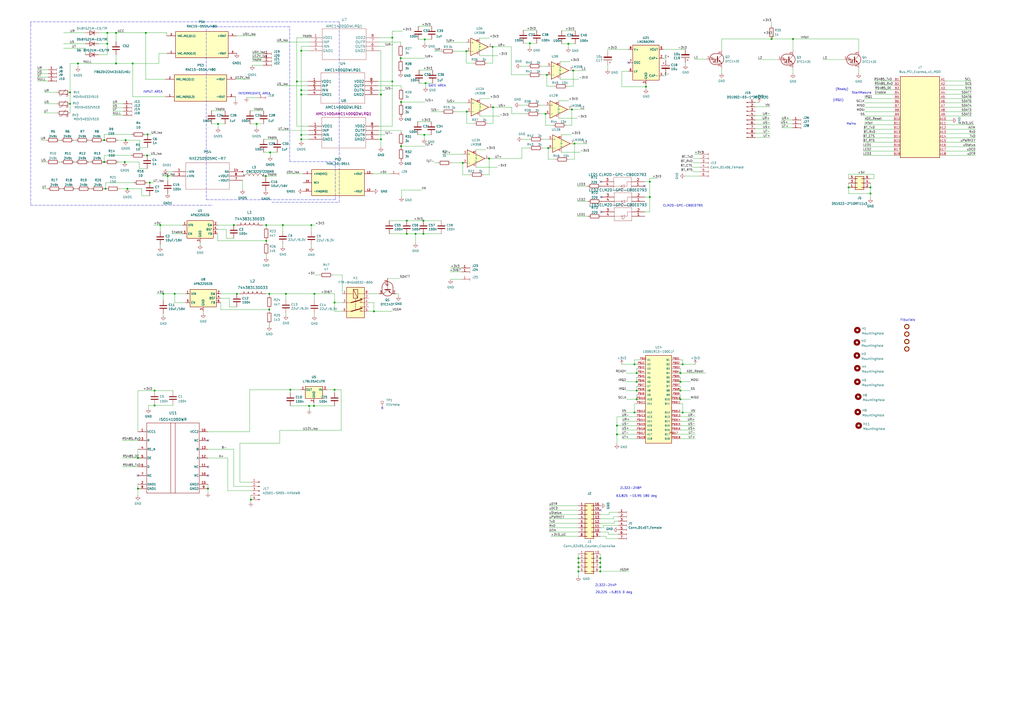
<source format=kicad_sch>
(kicad_sch (version 20211123) (generator eeschema)
  (paper "A2")
  (title_block (title "Main Board") (rev "4.0") (company "Delta Electronics SRL"))
  (junction (at 156.21 179.578))
  (junction (at 286.004 62.23))
  (junction (at 148.844 71.882))
  (junction (at 394.716 216.408))
  (junction (at 89.662 226.568))
  (junction (at 174.752 54.864))
  (junction (at 394.716 231.648))
  (junction (at 235.966 135.636))
  (junction (at 335.534 323.85))
  (junction (at 270.51 29.718))
  (junction (at 268.478 94.488))
  (junction (at 67.31 19.05))
  (junction (at 283.718 91.948))
  (junction (at 246.888 48.26))
  (junction (at 232.664 59.182))
  (junction (at 357.886 251.968))
  (junction (at 97.282 102.108))
  (junction (at 332.486 40.894))
  (junction (at 459.994 22.606))
  (junction (at 62.23 25.4))
  (junction (at 89.662 235.204))
  (junction (at 368.046 211.328))
  (junction (at 40.64 53.594))
  (junction (at 60.452 81.28))
  (junction (at 245.618 135.636))
  (junction (at 348.234 326.39))
  (junction (at 92.964 130.556))
  (junction (at 67.31 36.83))
  (junction (at 154.432 139.7))
  (junction (at 80.01 283.464))
  (junction (at 492.252 108.712))
  (junction (at 45.212 36.83))
  (junction (at 94.742 170.434))
  (junction (at 165.862 170.434))
  (junction (at 335.534 331.47))
  (junction (at 348.234 323.85))
  (junction (at 85.344 90.17))
  (junction (at 394.716 226.568))
  (junction (at 120.65 283.464))
  (junction (at 180.594 130.556))
  (junction (at 335.534 326.39))
  (junction (at 245.618 128.016))
  (junction (at 40.64 60.198))
  (junction (at 220.98 80.772))
  (junction (at 395.986 239.268))
  (junction (at 348.234 328.93))
  (junction (at 101.346 170.434))
  (junction (at 156.718 88.392))
  (junction (at 232.41 33.782))
  (junction (at 318.008 85.852))
  (junction (at 394.716 221.488))
  (junction (at 61.214 109.474))
  (junction (at 246.126 78.232))
  (junction (at 174.752 52.324))
  (junction (at 369.316 216.408))
  (junction (at 194.056 226.06))
  (junction (at 232.664 84.836))
  (junction (at 317.246 43.434))
  (junction (at 369.316 231.648))
  (junction (at 182.372 170.434))
  (junction (at 72.39 93.98))
  (junction (at 154.178 102.108))
  (junction (at 135.636 130.556))
  (junction (at 174.752 78.232))
  (junction (at 73.914 109.474))
  (junction (at 504.952 112.268))
  (junction (at 72.898 81.28))
  (junction (at 369.316 221.488))
  (junction (at 270.764 64.77))
  (junction (at 235.966 128.016))
  (junction (at 80.01 265.684))
  (junction (at 154.432 130.556))
  (junction (at 333.248 83.312))
  (junction (at 179.324 235.458))
  (junction (at 174.752 80.772))
  (junction (at 285.75 27.178))
  (junction (at 126.492 71.882))
  (junction (at 241.046 135.636))
  (junction (at 395.986 211.328))
  (junction (at 335.534 328.93))
  (junction (at 164.084 130.556))
  (junction (at 447.548 22.606))
  (junction (at 145.542 289.814))
  (junction (at 220.98 54.864))
  (junction (at 368.046 239.268))
  (junction (at 357.886 246.888))
  (junction (at 369.316 226.568))
  (junction (at 168.402 226.06))
  (junction (at 504.952 108.712))
  (junction (at 174.752 29.464))
  (junction (at 85.598 77.978))
  (junction (at 376.936 105.41))
  (junction (at 182.118 235.458))
  (junction (at 156.21 170.434))
  (junction (at 376.936 114.3))
  (junction (at 329.692 25.4))
  (junction (at 246.38 22.86))
  (junction (at 374.7262 50.292))
  (junction (at 316.484 66.04))
  (junction (at 331.724 63.5))
  (junction (at 307.34 25.146))
  (junction (at 62.23 19.05))
  (junction (at 194.056 175.514))
  (junction (at 84.582 19.05))
  (junction (at 227.584 21.844))
  (junction (at 216.916 180.594))
  (junction (at 137.414 170.434))
  (junction (at 76.962 36.83))
  (junction (at 172.212 47.244))
  (junction (at 60.452 93.98))
  (junction (at 227.584 47.244))
  (junction (at 86.868 105.918))
  (junction (at 348.234 331.47))
  (no_connect (at 80.01 275.844))
  (no_connect (at 364.5662 36.322))
  (no_connect (at 348.742 114.3))
  (no_connect (at 348.234 295.91))
  (no_connect (at 221.742 236.728))
  (no_connect (at 348.742 122.936))
  (no_connect (at 120.65 275.844))
  (no_connect (at 120.65 270.764))
  (no_connect (at 120.65 255.524))
  (no_connect (at 373.888 107.95))
  (no_connect (at 348.488 105.41))
  (wire (pts (xy 174.752 29.464) (xy 174.752 52.324)))
  (wire (pts (xy 260.858 157.734) (xy 267.716 157.734)))
  (wire (pts (xy 258.826 24.638) (xy 270.51 24.638)))
  (wire (pts (xy 368.046 208.788) (xy 371.856 208.788)))
  (wire (pts (xy 144.78 226.06) (xy 144.78 250.444)))
  (wire (pts (xy 296.672 27.178) (xy 296.672 43.434)))
  (wire (pts (xy 403.352 211.328) (xy 395.986 211.328)))
  (wire (pts (xy 278.384 67.31) (xy 289.814 67.31)))
  (wire (pts (xy 174.752 26.924) (xy 174.752 29.464)))
  (wire (pts (xy 355.854 299.72) (xy 358.648 299.72)))
  (wire (pts (xy 360.7562 50.292) (xy 374.7262 50.292)))
  (wire (pts (xy 65.278 64.516) (xy 71.628 64.516)))
  (wire (pts (xy 136.652 45.974) (xy 145.034 45.974)))
  (wire (pts (xy 278.13 22.098) (xy 283.972 22.098)))
  (wire (pts (xy 40.64 36.83) (xy 45.212 36.83)))
  (wire (pts (xy 232.41 33.782) (xy 232.41 34.544)))
  (wire (pts (xy 174.752 80.772) (xy 174.752 81.788)))
  (wire (pts (xy 160.528 24.384) (xy 179.324 24.384)))
  (wire (pts (xy 36.83 27.94) (xy 49.53 27.94)))
  (wire (pts (xy 156.21 170.434) (xy 165.862 170.434)))
  (wire (pts (xy 216.916 175.514) (xy 216.916 180.594)))
  (wire (pts (xy 329.692 25.4) (xy 333.756 25.4)))
  (wire (pts (xy 251.968 29.718) (xy 256.032 29.718)))
  (wire (pts (xy 126.492 71.882) (xy 130.556 71.882)))
  (wire (pts (xy 395.986 234.188) (xy 395.986 239.268)))
  (wire (pts (xy 270.51 29.718) (xy 270.51 36.576)))
  (wire (pts (xy 324.104 68.58) (xy 335.026 68.58)))
  (wire (pts (xy 156.718 88.392) (xy 156.718 90.678)))
  (wire (pts (xy 373.888 105.41) (xy 376.936 105.41)))
  (wire (pts (xy 154.178 102.108) (xy 154.178 102.87)))
  (wire (pts (xy 394.716 231.648) (xy 400.558 231.648)))
  (wire (pts (xy 219.202 52.324) (xy 223.266 52.324)))
  (wire (pts (xy 179.324 26.924) (xy 174.752 26.924)))
  (wire (pts (xy 261.366 162.052) (xy 267.716 162.052)))
  (wire (pts (xy 145.542 284.734) (xy 132.08 284.734)))
  (wire (pts (xy 384.8862 28.702) (xy 397.5862 28.702)))
  (wire (pts (xy 501.65 59.69) (xy 518.414 59.69)))
  (wire (pts (xy 507.492 52.07) (xy 518.414 52.07)))
  (wire (pts (xy 82.296 109.474) (xy 82.296 113.538)))
  (wire (pts (xy 179.324 235.458) (xy 179.324 237.744)))
  (wire (pts (xy 162.306 257.048) (xy 162.306 249.682)))
  (wire (pts (xy 394.716 224.028) (xy 394.716 226.568)))
  (wire (pts (xy 409.448 216.408) (xy 394.716 216.408)))
  (wire (pts (xy 197.866 226.06) (xy 197.866 249.682)))
  (wire (pts (xy 36.83 25.4) (xy 49.53 25.4)))
  (wire (pts (xy 60.452 77.978) (xy 76.454 77.978)))
  (wire (pts (xy 34.544 81.28) (xy 35.306 81.28)))
  (wire (pts (xy 403.352 254.508) (xy 394.716 254.508)))
  (wire (pts (xy 60.452 93.98) (xy 60.452 90.17)))
  (wire (pts (xy 100.33 234.696) (xy 100.33 235.204)))
  (wire (pts (xy 384.8862 43.942) (xy 386.1562 43.942)))
  (wire (pts (xy 61.214 109.474) (xy 61.722 109.474)))
  (wire (pts (xy 263.652 29.718) (xy 270.51 29.718)))
  (wire (pts (xy 307.34 25.146) (xy 307.34 27.432)))
  (wire (pts (xy 357.886 251.968) (xy 369.316 251.968)))
  (wire (pts (xy 403.352 249.428) (xy 394.716 249.428)))
  (wire (pts (xy 213.868 180.594) (xy 216.916 180.594)))
  (wire (pts (xy 51.562 81.28) (xy 52.324 81.28)))
  (wire (pts (xy 307.086 80.772) (xy 302.768 80.772)))
  (wire (pts (xy 360.7562 41.402) (xy 360.7562 50.292)))
  (wire (pts (xy 67.31 24.13) (xy 67.31 19.05)))
  (wire (pts (xy 71.12 265.684) (xy 80.01 265.684)))
  (wire (pts (xy 446.786 77.216) (xy 438.15 77.216)))
  (wire (pts (xy 45.212 36.83) (xy 45.212 38.862)))
  (wire (pts (xy 90.932 170.434) (xy 94.742 170.434)))
  (polyline (pts (xy 194.564 93.726) (xy 168.148 93.726)))
  (wire (pts (xy 69.342 109.474) (xy 73.914 109.474)))
  (wire (pts (xy 80.772 93.98) (xy 80.772 97.79)))
  (wire (pts (xy 459.994 39.624) (xy 459.994 42.672)))
  (wire (pts (xy 395.986 211.328) (xy 394.716 211.328)))
  (wire (pts (xy 92.964 130.556) (xy 105.918 130.556)))
  (wire (pts (xy 256.794 89.408) (xy 268.478 89.408)))
  (wire (pts (xy 92.202 30.988) (xy 96.774 30.988)))
  (wire (pts (xy 296.926 62.23) (xy 296.926 66.04)))
  (wire (pts (xy 122.682 64.262) (xy 130.556 64.262)))
  (wire (pts (xy 83.82 90.17) (xy 85.344 90.17)))
  (wire (pts (xy 156.718 88.392) (xy 160.782 88.392)))
  (wire (pts (xy 145.034 64.262) (xy 152.908 64.262)))
  (wire (pts (xy 459.994 22.606) (xy 459.994 29.464)))
  (wire (pts (xy 235.966 128.016) (xy 245.618 128.016)))
  (wire (pts (xy 335.534 326.39) (xy 335.534 328.93)))
  (wire (pts (xy 36.83 19.05) (xy 49.53 19.05)))
  (wire (pts (xy 137.414 170.434) (xy 138.938 170.434)))
  (wire (pts (xy 194.056 226.06) (xy 194.056 227.838)))
  (wire (pts (xy 459.994 22.606) (xy 447.548 22.606)))
  (wire (pts (xy 368.046 234.188) (xy 369.316 234.188)))
  (wire (pts (xy 194.056 226.06) (xy 189.738 226.06)))
  (wire (pts (xy 235.966 135.636) (xy 241.046 135.636)))
  (wire (pts (xy 179.07 80.772) (xy 174.752 80.772)))
  (wire (pts (xy 374.142 122.936) (xy 376.936 122.936)))
  (wire (pts (xy 501.65 69.85) (xy 518.414 69.85)))
  (wire (pts (xy 62.23 31.75) (xy 62.23 25.4)))
  (polyline (pts (xy 119.634 16.764) (xy 119.634 115.824)))
  (wire (pts (xy 227.584 18.034) (xy 227.584 21.844)))
  (wire (pts (xy 246.888 48.26) (xy 250.952 48.26)))
  (wire (pts (xy 180.594 141.986) (xy 180.594 143.256)))
  (wire (pts (xy 477.266 34.544) (xy 489.204 34.544)))
  (wire (pts (xy 65.278 62.484) (xy 71.628 62.484)))
  (wire (pts (xy 179.07 73.152) (xy 172.212 73.152)))
  (wire (pts (xy 232.664 59.182) (xy 232.664 59.944)))
  (wire (pts (xy 261.366 155.448) (xy 267.716 155.448)))
  (wire (pts (xy 395.986 239.268) (xy 394.716 239.268)))
  (wire (pts (xy 164.084 130.556) (xy 164.084 134.112)))
  (wire (pts (xy 65.278 66.802) (xy 71.628 66.802)))
  (wire (pts (xy 283.718 91.948) (xy 302.768 91.948)))
  (wire (pts (xy 325.882 25.4) (xy 329.692 25.4)))
  (wire (pts (xy 303.53 17.526) (xy 311.404 17.526)))
  (wire (pts (xy 333.248 92.456) (xy 333.248 83.312)))
  (wire (pts (xy 350.266 304.8) (xy 350.266 306.07)))
  (wire (pts (xy 403.352 239.268) (xy 395.986 239.268)))
  (wire (pts (xy 182.372 174.244) (xy 182.372 170.434)))
  (wire (pts (xy 376.936 114.3) (xy 376.936 105.41)))
  (wire (pts (xy 23.876 93.98) (xy 26.924 93.98)))
  (polyline (pts (xy 120.65 15.494) (xy 168.148 15.494)))
  (wire (pts (xy 280.416 101.346) (xy 283.718 101.346)))
  (wire (pts (xy 57.15 31.75) (xy 62.23 31.75)))
  (wire (pts (xy 132.08 265.684) (xy 132.08 284.734)))
  (wire (pts (xy 213.868 170.434) (xy 219.71 170.434)))
  (wire (pts (xy 357.886 251.968) (xy 357.886 257.556)))
  (wire (pts (xy 231.14 171.704) (xy 231.14 170.434)))
  (polyline (pts (xy 17.78 119.126) (xy 123.19 119.126)))
  (wire (pts (xy 376.936 103.378) (xy 381.508 103.378)))
  (wire (pts (xy 335.534 321.31) (xy 335.534 323.85)))
  (wire (pts (xy 153.416 102.108) (xy 154.178 102.108)))
  (wire (pts (xy 356.362 302.26) (xy 358.648 302.26)))
  (wire (pts (xy 439.674 34.544) (xy 451.104 34.544)))
  (wire (pts (xy 148.844 71.882) (xy 148.844 74.168)))
  (wire (pts (xy 350.266 306.07) (xy 348.234 306.07)))
  (polyline (pts (xy 196.85 12.7) (xy 17.78 12.7)))
  (wire (pts (xy 296.672 43.434) (xy 306.324 43.434)))
  (wire (pts (xy 227.584 47.244) (xy 227.584 73.152)))
  (wire (pts (xy 329.946 92.456) (xy 333.248 92.456)))
  (wire (pts (xy 324.104 58.42) (xy 329.946 58.42)))
  (wire (pts (xy 232.664 84.836) (xy 246.634 84.836)))
  (wire (pts (xy 357.886 246.888) (xy 369.316 246.888)))
  (wire (pts (xy 498.094 22.606) (xy 459.994 22.606)))
  (wire (pts (xy 25.654 53.594) (xy 33.02 53.594)))
  (wire (pts (xy 348.234 328.93) (xy 348.234 331.47)))
  (wire (pts (xy 81.026 85.598) (xy 85.598 85.598)))
  (wire (pts (xy 154.432 139.7) (xy 154.432 140.462)))
  (wire (pts (xy 232.918 110.236) (xy 232.918 114.3)))
  (wire (pts (xy 446.786 72.136) (xy 438.15 72.136)))
  (wire (pts (xy 314.706 85.852) (xy 318.008 85.852)))
  (wire (pts (xy 143.002 56.642) (xy 149.352 56.642)))
  (wire (pts (xy 194.056 180.594) (xy 198.628 180.594)))
  (wire (pts (xy 21.59 46.99) (xy 27.94 46.99)))
  (wire (pts (xy 136.652 56.134) (xy 136.652 58.42)))
  (wire (pts (xy 225.806 135.636) (xy 235.966 135.636)))
  (wire (pts (xy 85.344 105.918) (xy 86.868 105.918)))
  (wire (pts (xy 174.752 78.232) (xy 174.752 80.772)))
  (wire (pts (xy 65.278 60.198) (xy 71.628 60.198)))
  (wire (pts (xy 198.628 170.434) (xy 198.628 159.512)))
  (wire (pts (xy 241.046 140.97) (xy 241.046 135.636)))
  (wire (pts (xy 61.214 105.918) (xy 77.724 105.918)))
  (wire (pts (xy 506.984 101.092) (xy 506.984 103.632)))
  (wire (pts (xy 219.71 75.692) (xy 232.664 75.692)))
  (wire (pts (xy 172.212 47.244) (xy 178.562 47.244)))
  (wire (pts (xy 152.908 88.392) (xy 156.718 88.392)))
  (wire (pts (xy 180.594 130.556) (xy 182.88 130.556)))
  (wire (pts (xy 500.634 85.09) (xy 518.414 85.09)))
  (wire (pts (xy 92.964 141.986) (xy 92.964 143.256)))
  (wire (pts (xy 156.21 179.578) (xy 156.21 180.34)))
  (wire (pts (xy 500.634 90.17) (xy 518.414 90.17)))
  (wire (pts (xy 242.57 15.24) (xy 250.444 15.24)))
  (wire (pts (xy 394.716 208.788) (xy 395.986 208.788)))
  (wire (pts (xy 335.534 328.93) (xy 335.534 331.47)))
  (wire (pts (xy 348.234 311.15) (xy 351.536 311.15)))
  (wire (pts (xy 369.316 213.868) (xy 369.316 216.408)))
  (wire (pts (xy 318.516 308.61) (xy 335.534 308.61)))
  (wire (pts (xy 313.182 66.04) (xy 316.484 66.04)))
  (wire (pts (xy 89.662 226.568) (xy 100.33 226.568)))
  (wire (pts (xy 501.65 64.77) (xy 518.414 64.77)))
  (wire (pts (xy 244.602 110.236) (xy 232.918 110.236)))
  (wire (pts (xy 335.534 298.45) (xy 318.516 298.45)))
  (wire (pts (xy 282.448 36.576) (xy 285.75 36.576)))
  (wire (pts (xy 278.384 57.15) (xy 284.226 57.15)))
  (wire (pts (xy 395.986 208.788) (xy 395.986 211.328)))
  (wire (pts (xy 548.894 52.07) (xy 563.626 52.07)))
  (wire (pts (xy 21.59 44.704) (xy 27.94 44.704)))
  (wire (pts (xy 289.814 67.31) (xy 289.814 67.564)))
  (wire (pts (xy 227.584 18.034) (xy 233.426 18.034)))
  (wire (pts (xy 40.64 36.83) (xy 40.64 53.594)))
  (wire (pts (xy 100.076 99.568) (xy 97.536 99.568)))
  (wire (pts (xy 140.716 104.648) (xy 140.716 109.982)))
  (wire (pts (xy 60.452 81.28) (xy 60.706 81.28)))
  (wire (pts (xy 369.316 221.488) (xy 363.22 221.488)))
  (wire (pts (xy 139.192 279.654) (xy 139.192 257.048)))
  (wire (pts (xy 453.39 69.596) (xy 459.74 69.596)))
  (wire (pts (xy 144.78 226.06) (xy 168.402 226.06)))
  (wire (pts (xy 126.238 130.556) (xy 135.636 130.556)))
  (wire (pts (xy 331.724 72.644) (xy 331.724 63.5)))
  (wire (pts (xy 148.844 71.882) (xy 152.908 71.882)))
  (wire (pts (xy 565.912 77.47) (xy 548.894 77.47)))
  (wire (pts (xy 504.952 103.632) (xy 506.984 103.632)))
  (wire (pts (xy 154.432 130.556) (xy 164.084 130.556)))
  (wire (pts (xy 447.548 14.986) (xy 447.548 12.7)))
  (wire (pts (xy 246.126 78.232) (xy 250.19 78.232)))
  (wire (pts (xy 197.866 226.06) (xy 194.056 226.06)))
  (wire (pts (xy 352.552 37.7698) (xy 352.552 40.3098)))
  (wire (pts (xy 504.952 106.172) (xy 504.952 108.712)))
  (wire (pts (xy 131.318 133.096) (xy 131.318 138.176)))
  (wire (pts (xy 224.79 161.544) (xy 231.902 161.544)))
  (wire (pts (xy 369.316 231.648) (xy 363.474 231.648)))
  (wire (pts (xy 329.692 25.4) (xy 329.692 27.686)))
  (wire (pts (xy 42.926 81.28) (xy 43.942 81.28)))
  (wire (pts (xy 120.65 280.924) (xy 120.65 283.464)))
  (wire (pts (xy 25.654 60.198) (xy 33.02 60.198)))
  (wire (pts (xy 94.742 181.864) (xy 94.742 183.134)))
  (wire (pts (xy 270.764 64.77) (xy 270.764 71.628)))
  (wire (pts (xy 174.752 52.324) (xy 178.562 52.324)))
  (wire (pts (xy 82.296 113.538) (xy 86.868 113.538)))
  (wire (pts (xy 61.214 109.474) (xy 61.214 105.918)))
  (wire (pts (xy 507.492 54.61) (xy 518.414 54.61)))
  (wire (pts (xy 403.352 241.808) (xy 394.716 241.808)))
  (wire (pts (xy 135.636 130.556) (xy 137.16 130.556)))
  (wire (pts (xy 137.414 20.828) (xy 148.336 20.828)))
  (wire (pts (xy 174.752 54.864) (xy 178.562 54.864)))
  (wire (pts (xy 216.408 100.838) (xy 226.568 100.838)))
  (wire (pts (xy 76.962 36.83) (xy 92.202 36.83)))
  (wire (pts (xy 335.534 331.47) (xy 335.534 334.518)))
  (wire (pts (xy 303.53 25.146) (xy 307.34 25.146)))
  (polyline (pts (xy 157.734 117.348) (xy 196.85 117.348)))
  (wire (pts (xy 548.894 67.31) (xy 563.626 67.31)))
  (wire (pts (xy 492.252 112.268) (xy 504.952 112.268)))
  (wire (pts (xy 335.534 311.15) (xy 319.532 311.15)))
  (wire (pts (xy 126.492 71.882) (xy 126.492 74.168)))
  (wire (pts (xy 332.486 50.038) (xy 332.486 40.894)))
  (wire (pts (xy 34.544 93.98) (xy 35.56 93.98)))
  (wire (pts (xy 84.582 45.974) (xy 84.582 19.05)))
  (wire (pts (xy 85.344 90.17) (xy 87.376 90.17)))
  (wire (pts (xy 219.71 73.152) (xy 227.584 73.152)))
  (wire (pts (xy 128.016 172.974) (xy 133.096 172.974)))
  (wire (pts (xy 219.964 21.844) (xy 227.584 21.844)))
  (wire (pts (xy 133.096 178.054) (xy 137.414 178.054)))
  (wire (pts (xy 322.326 92.456) (xy 318.008 92.456)))
  (wire (pts (xy 285.75 27.178) (xy 285.75 36.576)))
  (wire (pts (xy 360.68 211.328) (xy 368.046 211.328)))
  (wire (pts (xy 52.324 109.474) (xy 53.086 109.474)))
  (wire (pts (xy 120.65 260.604) (xy 135.636 260.604)))
  (wire (pts (xy 501.65 62.23) (xy 518.414 62.23)))
  (wire (pts (xy 72.39 93.98) (xy 80.772 93.98)))
  (wire (pts (xy 242.57 22.86) (xy 246.38 22.86)))
  (wire (pts (xy 232.664 49.784) (xy 232.664 51.054)))
  (wire (pts (xy 276.098 86.868) (xy 281.94 86.868)))
  (wire (pts (xy 168.402 226.06) (xy 168.402 227.838)))
  (wire (pts (xy 126.238 139.7) (xy 126.238 135.636)))
  (wire (pts (xy 492.252 108.712) (xy 492.252 112.268)))
  (polyline (pts (xy 17.78 12.7) (xy 17.78 14.224)))
  (wire (pts (xy 394.716 221.488) (xy 400.558 221.488)))
  (wire (pts (xy 145.542 282.194) (xy 135.636 282.194)))
  (wire (pts (xy 96.012 56.134) (xy 76.962 56.134)))
  (wire (pts (xy 154.178 102.108) (xy 160.528 102.108)))
  (wire (pts (xy 500.634 82.55) (xy 518.414 82.55)))
  (wire (pts (xy 364.5662 41.402) (xy 360.7562 41.402)))
  (wire (pts (xy 97.282 102.108) (xy 93.98 102.108)))
  (wire (pts (xy 122.682 71.882) (xy 126.492 71.882)))
  (wire (pts (xy 194.056 175.514) (xy 194.056 180.594)))
  (wire (pts (xy 548.894 72.39) (xy 564.896 72.39)))
  (wire (pts (xy 369.316 224.028) (xy 369.316 226.568)))
  (wire (pts (xy 145.542 287.274) (xy 145.542 289.814)))
  (wire (pts (xy 162.306 249.682) (xy 197.866 249.682)))
  (wire (pts (xy 180.594 134.366) (xy 180.594 130.556)))
  (wire (pts (xy 101.346 175.514) (xy 101.346 170.434)))
  (wire (pts (xy 406.146 102.108) (xy 397.256 102.108)))
  (polyline (pts (xy 196.85 117.348) (xy 196.85 12.7)))
  (wire (pts (xy 325.882 17.78) (xy 333.756 17.78)))
  (wire (pts (xy 368.046 234.188) (xy 368.046 239.268)))
  (wire (pts (xy 333.248 83.312) (xy 340.614 83.312)))
  (wire (pts (xy 286.004 62.23) (xy 286.004 71.628)))
  (wire (pts (xy 40.64 60.198) (xy 40.64 65.532)))
  (wire (pts (xy 71.12 270.764) (xy 80.01 270.764)))
  (wire (pts (xy 120.65 265.684) (xy 132.08 265.684)))
  (wire (pts (xy 219.964 29.464) (xy 220.98 29.464)))
  (wire (pts (xy 313.944 43.434) (xy 317.246 43.434)))
  (wire (pts (xy 500.634 87.63) (xy 518.414 87.63)))
  (wire (pts (xy 68.58 93.98) (xy 72.39 93.98)))
  (wire (pts (xy 161.29 75.692) (xy 179.07 75.692)))
  (wire (pts (xy 45.212 36.83) (xy 67.31 36.83)))
  (wire (pts (xy 276.098 97.028) (xy 288.544 97.028)))
  (wire (pts (xy 318.516 300.99) (xy 335.534 300.99)))
  (wire (pts (xy 313.182 60.96) (xy 316.484 60.96)))
  (wire (pts (xy 219.202 54.864) (xy 220.98 54.864)))
  (wire (pts (xy 331.724 63.5) (xy 339.09 63.5)))
  (wire (pts (xy 274.828 36.576) (xy 270.51 36.576)))
  (wire (pts (xy 446.786 74.676) (xy 438.15 74.676)))
  (wire (pts (xy 307.34 25.146) (xy 311.404 25.146)))
  (wire (pts (xy 232.664 58.674) (xy 232.664 59.182)))
  (wire (pts (xy 172.212 21.844) (xy 179.324 21.844)))
  (wire (pts (xy 268.478 94.488) (xy 268.478 101.346)))
  (wire (pts (xy 60.706 109.474) (xy 61.214 109.474)))
  (wire (pts (xy 492.252 101.092) (xy 506.984 101.092)))
  (wire (pts (xy 328.422 72.644) (xy 331.724 72.644)))
  (wire (pts (xy 374.7262 49.022) (xy 374.7262 50.292)))
  (wire (pts (xy 369.316 229.108) (xy 369.316 231.648)))
  (polyline (pts (xy 168.148 93.726) (xy 168.148 15.494)))
  (wire (pts (xy 507.238 49.53) (xy 518.414 49.53)))
  (wire (pts (xy 80.01 226.568) (xy 89.662 226.568)))
  (wire (pts (xy 154.432 130.556) (xy 154.432 131.572)))
  (wire (pts (xy 348.234 321.31) (xy 348.234 323.85)))
  (wire (pts (xy 498.094 22.606) (xy 498.094 29.464)))
  (wire (pts (xy 145.034 71.882) (xy 148.844 71.882)))
  (wire (pts (xy 168.402 235.458) (xy 179.324 235.458)))
  (wire (pts (xy 452.882 71.882) (xy 459.74 71.882)))
  (wire (pts (xy 146.304 33.528) (xy 152.654 33.528)))
  (wire (pts (xy 174.752 54.864) (xy 174.752 78.232)))
  (wire (pts (xy 563.626 54.61) (xy 548.894 54.61)))
  (wire (pts (xy 438.15 61.976) (xy 446.532 61.976)))
  (wire (pts (xy 353.314 298.45) (xy 353.314 297.18)))
  (wire (pts (xy 165.862 170.434) (xy 182.372 170.434)))
  (wire (pts (xy 156.21 179.578) (xy 128.016 179.578)))
  (wire (pts (xy 156.21 170.434) (xy 156.21 171.45)))
  (wire (pts (xy 358.648 304.8) (xy 350.266 304.8)))
  (wire (pts (xy 154.432 139.192) (xy 154.432 139.7)))
  (wire (pts (xy 165.862 181.61) (xy 165.862 182.88)))
  (wire (pts (xy 386.1562 33.782) (xy 386.1562 35.052)))
  (wire (pts (xy 306.324 38.354) (xy 302.006 38.354)))
  (wire (pts (xy 24.384 109.474) (xy 27.686 109.474)))
  (wire (pts (xy 325.628 78.232) (xy 331.47 78.232)))
  (wire (pts (xy 321.564 50.038) (xy 317.246 50.038)))
  (wire (pts (xy 563.626 59.69) (xy 548.894 59.69)))
  (wire (pts (xy 231.14 170.434) (xy 229.87 170.434)))
  (wire (pts (xy 76.962 56.134) (xy 76.962 36.83)))
  (wire (pts (xy 92.202 30.988) (xy 92.202 36.83)))
  (wire (pts (xy 500.634 80.01) (xy 518.414 80.01)))
  (wire (pts (xy 101.346 170.434) (xy 107.696 170.434)))
  (wire (pts (xy 283.718 91.948) (xy 283.718 101.346)))
  (wire (pts (xy 501.65 67.31) (xy 518.414 67.31)))
  (wire (pts (xy 406.146 97.028) (xy 401.574 97.028)))
  (wire (pts (xy 165.862 170.434) (xy 165.862 173.99)))
  (wire (pts (xy 85.598 77.978) (xy 87.63 77.978)))
  (wire (pts (xy 324.866 45.974) (xy 335.788 45.974)))
  (wire (pts (xy 334.772 107.95) (xy 340.868 107.95)))
  (wire (pts (xy 145.542 289.814) (xy 145.542 291.338)))
  (wire (pts (xy 172.212 73.152) (xy 172.212 47.244)))
  (wire (pts (xy 146.304 37.846) (xy 152.654 37.846)))
  (wire (pts (xy 376.936 105.41) (xy 376.936 103.378)))
  (wire (pts (xy 278.13 32.258) (xy 289.052 32.258)))
  (wire (pts (xy 99.568 135.636) (xy 105.918 135.636)))
  (wire (pts (xy 219.71 80.772) (xy 220.98 80.772)))
  (wire (pts (xy 418.592 39.37) (xy 418.592 42.418)))
  (wire (pts (xy 40.64 53.594) (xy 40.64 60.198)))
  (wire (pts (xy 152.4 130.556) (xy 154.432 130.556)))
  (wire (pts (xy 219.202 49.784) (xy 232.664 49.784)))
  (wire (pts (xy 67.31 19.05) (xy 84.582 19.05)))
  (wire (pts (xy 446.786 67.056) (xy 438.15 67.056)))
  (wire (pts (xy 194.056 175.514) (xy 198.628 175.514)))
  (wire (pts (xy 96.012 45.974) (xy 84.582 45.974)))
  (wire (pts (xy 270.764 64.77) (xy 263.906 64.77)))
  (wire (pts (xy 68.326 81.28) (xy 72.898 81.28)))
  (wire (pts (xy 164.084 130.556) (xy 180.594 130.556)))
  (wire (pts (xy 182.118 235.458) (xy 194.056 235.458)))
  (wire (pts (xy 97.282 102.108) (xy 97.282 104.648)))
  (wire (pts (xy 227.584 21.844) (xy 227.584 47.244)))
  (wire (pts (xy 506.984 46.99) (xy 518.414 46.99)))
  (wire (pts (xy 220.98 29.464) (xy 220.98 54.864)))
  (wire (pts (xy 89.662 234.696) (xy 89.662 235.204)))
  (wire (pts (xy 57.15 25.4) (xy 62.23 25.4)))
  (wire (pts (xy 43.18 93.98) (xy 43.942 93.98)))
  (wire (pts (xy 348.234 331.47) (xy 364.744 331.47)))
  (wire (pts (xy 418.592 22.606) (xy 418.592 29.21)))
  (wire (pts (xy 100.076 102.108) (xy 97.282 102.108)))
  (wire (pts (xy 492.252 106.172) (xy 492.252 108.712)))
  (wire (pts (xy 348.234 298.45) (xy 353.314 298.45)))
  (wire (pts (xy 232.664 84.328) (xy 232.664 84.836)))
  (wire (pts (xy 51.562 93.98) (xy 52.578 93.98)))
  (wire (pts (xy 96.774 19.05) (xy 96.774 20.828)))
  (wire (pts (xy 348.234 323.85) (xy 348.234 326.39)))
  (wire (pts (xy 501.396 72.39) (xy 518.414 72.39)))
  (wire (pts (xy 164.084 141.732) (xy 164.084 143.002)))
  (wire (pts (xy 117.856 180.594) (xy 117.856 181.864)))
  (wire (pts (xy 246.888 48.26) (xy 246.888 50.546)))
  (wire (pts (xy 316.484 66.04) (xy 316.484 72.644)))
  (wire (pts (xy 154.432 148.082) (xy 154.432 149.352)))
  (wire (pts (xy 353.314 297.18) (xy 358.648 297.18)))
  (wire (pts (xy 135.636 282.194) (xy 135.636 260.604)))
  (wire (pts (xy 120.65 283.464) (xy 120.65 286.004)))
  (wire (pts (xy 100.33 226.568) (xy 100.33 227.076)))
  (wire (pts (xy 565.912 80.01) (xy 548.894 80.01)))
  (wire (pts (xy 501.396 57.15) (xy 518.414 57.15)))
  (wire (pts (xy 70.866 255.524) (xy 80.01 255.524)))
  (wire (pts (xy 360.68 254.508) (xy 369.316 254.508)))
  (wire (pts (xy 403.352 246.888) (xy 394.716 246.888)))
  (wire (pts (xy 348.234 326.39) (xy 348.234 328.93)))
  (wire (pts (xy 232.664 84.836) (xy 232.664 85.598)))
  (wire (pts (xy 245.618 128.016) (xy 256.032 128.016)))
  (wire (pts (xy 86.868 105.918) (xy 88.9 105.918)))
  (wire (pts (xy 59.944 81.28) (xy 60.452 81.28)))
  (wire (pts (xy 86.106 235.204) (xy 86.106 236.982)))
  (wire (pts (xy 406.146 91.948) (xy 402.082 91.948)))
  (wire (pts (xy 128.016 179.578) (xy 128.016 175.514)))
  (wire (pts (xy 351.536 311.15) (xy 351.536 312.42)))
  (wire (pts (xy 335.534 323.85) (xy 335.534 326.39)))
  (wire (pts (xy 49.53 27.94) (xy 49.53 31.75)))
  (wire (pts (xy 334.772 125.476) (xy 341.122 125.476)))
  (wire (pts (xy 219.964 24.384) (xy 232.41 24.384)))
  (wire (pts (xy 335.534 293.37) (xy 318.516 293.37)))
  (wire (pts (xy 242.316 70.612) (xy 250.19 70.612)))
  (wire (pts (xy 313.944 38.354) (xy 317.246 38.354)))
  (wire (pts (xy 35.306 109.474) (xy 36.068 109.474)))
  (wire (pts (xy 446.786 79.756) (xy 438.15 79.756)))
  (wire (pts (xy 418.592 22.606) (xy 447.548 22.606)))
  (wire (pts (xy 249.936 64.77) (xy 256.286 64.77)))
  (wire (pts (xy 80.01 280.924) (xy 80.01 283.464)))
  (wire (pts (xy 245.618 135.636) (xy 256.032 135.636)))
  (wire (pts (xy 369.316 216.408) (xy 363.22 216.408)))
  (wire (pts (xy 329.184 50.038) (xy 332.486 50.038)))
  (wire (pts (xy 325.628 88.392) (xy 336.55 88.392)))
  (wire (pts (xy 246.38 22.86) (xy 246.38 25.146)))
  (wire (pts (xy 318.516 306.07) (xy 335.534 306.07)))
  (wire (pts (xy 374.142 114.3) (xy 376.936 114.3)))
  (wire (pts (xy 193.04 159.512) (xy 198.628 159.512)))
  (wire (pts (xy 360.68 249.428) (xy 369.316 249.428)))
  (wire (pts (xy 160.528 49.784) (xy 178.562 49.784)))
  (wire (pts (xy 60.452 93.98) (xy 60.96 93.98)))
  (wire (pts (xy 296.926 66.04) (xy 305.562 66.04)))
  (wire (pts (xy 368.046 211.328) (xy 369.316 211.328)))
  (wire (pts (xy 504.952 112.268) (xy 504.952 115.0366)))
  (wire (pts (xy 386.1562 43.942) (xy 386.1562 42.672)))
  (wire (pts (xy 216.916 180.594) (xy 227.584 180.594)))
  (wire (pts (xy 220.98 54.864) (xy 220.98 80.772)))
  (wire (pts (xy 81.026 81.28) (xy 81.026 85.598)))
  (wire (pts (xy 268.478 94.488) (xy 261.62 94.488)))
  (wire (pts (xy 174.752 78.232) (xy 179.07 78.232)))
  (wire (pts (xy 324.866 35.814) (xy 330.708 35.814)))
  (wire (pts (xy 355.854 300.99) (xy 355.854 299.72)))
  (wire (pts (xy 374.7262 50.292) (xy 374.7262 51.562)))
  (wire (pts (xy 116.078 140.716) (xy 116.078 141.986)))
  (wire (pts (xy 453.39 74.168) (xy 459.74 74.168)))
  (wire (pts (xy 275.082 71.628) (xy 270.764 71.628)))
  (wire (pts (xy 500.888 77.47) (xy 518.414 77.47)))
  (wire (pts (xy 548.894 90.17) (xy 565.912 90.17)))
  (wire (pts (xy 243.078 48.26) (xy 246.888 48.26)))
  (wire (pts (xy 232.41 33.274) (xy 232.41 33.782)))
  (wire (pts (xy 394.716 226.568) (xy 400.558 226.568)))
  (wire (pts (xy 43.688 109.474) (xy 44.704 109.474)))
  (wire (pts (xy 563.626 64.77) (xy 548.894 64.77)))
  (wire (pts (xy 120.65 250.444) (xy 144.78 250.444)))
  (wire (pts (xy 548.894 69.85) (xy 551.942 69.85)))
  (wire (pts (xy 307.086 85.852) (xy 302.768 85.852)))
  (wire (pts (xy 182.118 233.68) (xy 182.118 235.458)))
  (wire (pts (xy 305.562 60.96) (xy 301.244 60.96)))
  (wire (pts (xy 335.534 295.91) (xy 318.516 295.91)))
  (wire (pts (xy 60.452 90.17) (xy 76.2 90.17)))
  (wire (pts (xy 285.75 27.178) (xy 296.672 27.178)))
  (polyline (pts (xy 119.634 115.824) (xy 194.564 115.824)))
  (wire (pts (xy 448.056 22.352) (xy 448.056 20.066)))
  (wire (pts (xy 395.986 234.188) (xy 394.716 234.188)))
  (wire (pts (xy 318.516 303.53) (xy 335.534 303.53)))
  (wire (pts (xy 246.38 22.86) (xy 250.444 22.86)))
  (wire (pts (xy 360.68 239.268) (xy 368.046 239.268)))
  (wire (pts (xy 500.888 74.93) (xy 518.414 74.93)))
  (wire (pts (xy 67.31 19.05) (xy 62.23 19.05)))
  (wire (pts (xy 139.192 257.048) (xy 162.306 257.048)))
  (wire (pts (xy 126.238 133.096) (xy 131.318 133.096)))
  (wire (pts (xy 174.752 29.464) (xy 179.324 29.464)))
  (wire (pts (xy 232.41 33.782) (xy 246.38 33.782)))
  (wire (pts (xy 368.046 208.788) (xy 368.046 211.328)))
  (wire (pts (xy 384.8862 33.782) (xy 386.1562 33.782)))
  (wire (pts (xy 392.176 251.968) (xy 403.352 251.968)))
  (wire (pts (xy 259.08 59.69) (xy 270.764 59.69)))
  (wire (pts (xy 219.71 78.232) (xy 223.266 78.232)))
  (wire (pts (xy 376.936 122.936) (xy 376.936 114.3)))
  (wire (pts (xy 357.886 241.808) (xy 357.886 246.888)))
  (wire (pts (xy 397.5862 36.322) (xy 397.5862 37.592)))
  (wire (pts (xy 368.046 239.268) (xy 369.316 239.268)))
  (wire (pts (xy 369.316 226.568) (xy 363.474 226.568)))
  (wire (pts (xy 154.432 139.7) (xy 126.238 139.7)))
  (wire (pts (xy 352.552 28.702) (xy 364.5662 28.702)))
  (wire (pts (xy 402.59 34.29) (xy 409.702 34.29)))
  (wire (pts (xy 241.046 135.636) (xy 245.618 135.636)))
  (wire (pts (xy 360.934 244.348) (xy 369.316 244.348)))
  (wire (pts (xy 243.078 40.64) (xy 250.952 40.64)))
  (wire (pts (xy 131.318 138.176) (xy 135.636 138.176)))
  (wire (pts (xy 348.234 303.53) (xy 356.362 303.53)))
  (polyline (pts (xy 17.78 14.224) (xy 17.78 119.126)))
  (wire (pts (xy 406.146 94.488) (xy 401.828 94.488)))
  (wire (pts (xy 492.252 103.632) (xy 492.252 101.092)))
  (wire (pts (xy 282.702 71.628) (xy 286.004 71.628)))
  (wire (pts (xy 232.41 24.384) (xy 232.41 25.654)))
  (wire (pts (xy 394.716 213.868) (xy 394.716 216.408)))
  (wire (pts (xy 21.59 42.672) (xy 27.94 42.672)))
  (wire (pts (xy 182.372 181.864) (xy 182.372 183.134)))
  (wire (pts (xy 548.894 85.09) (xy 565.912 85.09)))
  (wire (pts (xy 172.212 47.244) (xy 172.212 21.844)))
  (wire (pts (xy 156.21 187.96) (xy 156.21 189.23)))
  (wire (pts (xy 89.662 235.204) (xy 100.33 235.204)))
  (wire (pts (xy 498.094 39.624) (xy 498.094 42.672)))
  (wire (pts (xy 356.362 303.53) (xy 356.362 302.26)))
  (wire (pts (xy 332.486 40.894) (xy 339.852 40.894)))
  (wire (pts (xy 318.008 85.852) (xy 318.008 92.456)))
  (wire (pts (xy 154.178 170.434) (xy 156.21 170.434)))
  (wire (pts (xy 128.016 170.434) (xy 137.414 170.434)))
  (wire (pts (xy 60.452 81.28) (xy 60.452 77.978)))
  (wire (pts (xy 179.324 235.458) (xy 182.118 235.458)))
  (wire (pts (xy 225.806 128.016) (xy 235.966 128.016)))
  (wire (pts (xy 80.01 226.568) (xy 80.01 250.444)))
  (wire (pts (xy 438.15 59.436) (xy 440.436 59.436)))
  (wire (pts (xy 563.626 49.53) (xy 548.894 49.53)))
  (wire (pts (xy 402.844 89.408) (xy 406.146 89.408)))
  (wire (pts (xy 348.234 300.99) (xy 355.854 300.99)))
  (wire (pts (xy 334.772 116.84) (xy 341.122 116.84)))
  (wire (pts (xy 62.23 19.05) (xy 57.15 19.05)))
  (wire (pts (xy 60.198 93.98) (xy 60.452 93.98)))
  (wire (pts (xy 242.316 78.232) (xy 246.126 78.232)))
  (wire (pts (xy 92.964 130.556) (xy 92.964 134.366)))
  (wire (pts (xy 251.968 94.488) (xy 254 94.488)))
  (wire (pts (xy 565.912 82.55) (xy 548.894 82.55)))
  (wire (pts (xy 166.116 100.838) (xy 175.768 100.838)))
  (wire (pts (xy 548.894 62.23) (xy 563.626 62.23)))
  (wire (pts (xy 314.706 80.772) (xy 318.008 80.772)))
  (wire (pts (xy 302.768 91.948) (xy 302.768 85.852)))
  (wire (pts (xy 94.742 170.434) (xy 94.742 174.244)))
  (wire (pts (xy 133.096 172.974) (xy 133.096 178.054)))
  (wire (pts (xy 80.01 260.604) (xy 80.01 265.684)))
  (wire (pts (xy 86.106 235.204) (xy 89.662 235.204)))
  (wire (pts (xy 72.898 81.28) (xy 81.026 81.28)))
  (wire (pts (xy 146.304 31.242) (xy 152.654 31.242)))
  (wire (pts (xy 84.582 19.05) (xy 96.774 19.05)))
  (wire (pts (xy 152.908 80.772) (xy 160.782 80.772)))
  (wire (pts (xy 145.542 279.654) (xy 139.192 279.654)))
  (wire (pts (xy 446.532 69.596) (xy 438.15 69.596)))
  (wire (pts (xy 25.4 65.532) (xy 33.02 65.532)))
  (wire (pts (xy 352.806 309.88) (xy 358.648 309.88)))
  (wire (pts (xy 156.21 179.07) (xy 156.21 179.578)))
  (wire (pts (xy 232.664 75.692) (xy 232.664 76.708)))
  (wire (pts (xy 272.796 101.346) (xy 268.478 101.346)))
  (wire (pts (xy 504.952 108.712) (xy 504.952 112.268)))
  (wire (pts (xy 394.716 229.108) (xy 394.716 231.648)))
  (wire (pts (xy 89.662 226.568) (xy 89.662 227.076)))
  (wire (pts (xy 146.304 35.56) (xy 152.654 35.56)))
  (polyline (pts (xy 194.564 115.824) (xy 194.564 93.726)))
  (wire (pts (xy 62.23 25.4) (xy 62.23 19.05)))
  (wire (pts (xy 84.074 77.978) (xy 85.598 77.978)))
  (wire (pts (xy 548.894 87.63) (xy 565.912 87.63)))
  (wire (pts (xy 232.664 59.182) (xy 246.634 59.182)))
  (wire (pts (xy 348.234 308.61) (xy 352.806 308.61)))
  (wire (pts (xy 80.01 283.464) (xy 80.01 287.528)))
  (wire (pts (xy 219.964 26.924) (xy 223.266 26.924)))
  (wire (pts (xy 563.626 57.15) (xy 548.894 57.15)))
  (wire (pts (xy 23.622 81.28) (xy 26.924 81.28)))
  (wire (pts (xy 286.004 62.23) (xy 296.926 62.23)))
  (wire (pts (xy 369.316 218.948) (xy 369.316 221.488)))
  (wire (pts (xy 89.154 130.556) (xy 92.964 130.556)))
  (wire (pts (xy 563.372 46.99) (xy 548.894 46.99)))
  (wire (pts (xy 67.31 36.83) (xy 76.962 36.83)))
  (wire (pts (xy 357.886 246.888) (xy 357.886 251.968)))
  (wire (pts (xy 565.912 74.93) (xy 548.894 74.93)))
  (wire (pts (xy 317.246 43.434) (xy 317.246 50.038)))
  (wire (pts (xy 101.346 175.514) (xy 107.696 175.514)))
  (wire (pts (xy 174.752 52.324) (xy 174.752 54.864)))
  (wire (pts (xy 194.056 170.434) (xy 194.056 175.514)))
  (wire (pts (xy 220.98 80.772) (xy 220.98 85.344)))
  (wire (pts (xy 182.626 159.512) (xy 185.42 159.512)))
  (wire (pts (xy 351.536 312.42) (xy 358.648 312.42)))
  (wire (pts (xy 406.146 99.568) (xy 401.828 99.568)))
  (wire (pts (xy 182.372 170.434) (xy 194.056 170.434)))
  (wire (pts (xy 219.202 47.244) (xy 227.584 47.244)))
  (wire (pts (xy 246.126 78.232) (xy 246.126 80.518)))
  (wire (pts (xy 352.806 308.61) (xy 352.806 309.88)))
  (wire (pts (xy 352.552 28.702) (xy 352.552 30.1498)))
  (wire (pts (xy 403.098 244.348) (xy 394.716 244.348)))
  (wire (pts (xy 213.868 175.514) (xy 216.916 175.514)))
  (wire (pts (xy 94.742 170.434) (xy 101.346 170.434)))
  (wire (pts (xy 80.772 97.79) (xy 85.344 97.79)))
  (wire (pts (xy 394.716 218.948) (xy 394.716 221.488)))
  (wire (pts (xy 21.59 40.386) (xy 27.94 40.386)))
  (wire (pts (xy 67.31 31.75) (xy 67.31 36.83)))
  (wire (pts (xy 320.802 72.644) (xy 316.484 72.644)))
  (wire (pts (xy 73.914 109.474) (xy 82.296 109.474)))
  (wire (pts (xy 168.402 226.06) (xy 174.498 226.06)))
  (wire (pts (xy 357.886 241.808) (xy 369.316 241.808)))
  (text "ZL322-2X4P\n\n" (at 345.186 342.392 0) (effects (font (size 1.27 1.27)) (justify left bottom)))
  (text "ZL322-2X8P" (at 359.664 283.972 0) (effects (font (size 1.27 1.27)) (justify left bottom)))
  (text "20.225 -5.815 0 deg" (at 345.44 344.424 0) (effects (font (size 1.27 1.27)) (justify left bottom)))
  (text "(Ready)" (at 484.632 52.578 0) (effects (font (size 1.27 1.27)) (justify left bottom)))
  (text "Fiducials\n" (at 522.224 186.436 0) (effects (font (size 1.27 1.27)) (justify left bottom)))
  (text "Mains\n\n" (at 490.982 74.676 0) (effects (font (size 1.27 1.27)) (justify left bottom)))
  (text "(IRQ1)" (at 483.108 58.928 0) (effects (font (size 1.27 1.27)) (justify left bottom)))
  (text "CLM2D-GPC-CB0E0793" (at 384.556 120.142 0) (effects (font (size 1.27 1.27)) (justify left bottom)))
  (text "StartMasura" (at 494.03 54.61 0) (effects (font (size 1.27 1.27)) (justify left bottom)))
  (text "63.825 -10.95 180 deg" (at 357.378 288.544 0) (effects (font (size 1.27 1.27)) (justify left bottom)))
  (text "SAFE AREA\n" (at 248.412 50.546 0) (effects (font (size 1.27 1.27)) (justify left bottom)))
  (text "INPUT AREA" (at 83.058 54.102 0) (effects (font (size 1.27 1.27)) (justify left bottom)))
  (text "INTERMEDIATE AREA" (at 138.176 55.118 0) (effects (font (size 1.27 1.27)) (justify left bottom)))
  (label "+5V" (at 220.218 100.838 0))
  (label "-3V3" (at 289.814 67.564 0))
  (label "iUT-" (at 251.968 94.488 180))
  (label "SS" (at 501.65 67.31 180))
  (label "SDAT6" (at 563.626 57.15 180))
  (label "iUR-" (at 251.968 29.718 0))
  (label "UR-" (at 360.68 241.808 0))
  (label "iUR-" (at 223.266 26.924 0))
  (label "BT_RxD" (at 500.888 77.47 0))
  (label "UR" (at 23.622 81.28 0))
  (label "RxD" (at 318.516 306.07 0))
  (label "RS485_RxD" (at 507.238 49.53 0))
  (label "iUS-" (at 249.936 64.77 0))
  (label "+3V3_UC" (at 564.896 72.39 180))
  (label "-3V3" (at 336.55 88.392 0))
  (label "LED1" (at 334.772 125.476 0))
  (label "Alim" (at 318.516 308.61 0))
  (label "UT+" (at 446.786 79.756 180))
  (label "+3V3" (at 245.5641 40.64 0))
  (label "UT-" (at 360.68 251.968 0))
  (label "RS485_RxD" (at 70.866 255.524 0))
  (label "US-" (at 403.352 246.888 180))
  (label "BT_CTS" (at 500.634 80.01 0))
  (label "UT+" (at 453.39 74.168 0))
  (label "UR+" (at 293.116 27.178 180))
  (label "BT_TxD" (at 402.082 91.948 180))
  (label "UR-" (at 446.786 67.056 180))
  (label "VGSM" (at 364.744 331.47 180))
  (label "-3V3" (at 393.192 28.702 0))
  (label "SCL" (at 563.372 46.99 180))
  (label "SCLK" (at 501.65 59.69 180))
  (label "LED3" (at 500.634 90.17 0))
  (label "+3V67" (at 186.182 170.434 0))
  (label "Enable" (at 99.568 135.636 0))
  (label "+3V3" (at 233.426 18.034 0))
  (label "UR" (at 40.64 19.05 0))
  (label "NULL" (at 21.59 46.99 0))
  (label "MOSI" (at 501.65 64.77 180))
  (label "Vopto" (at 160.528 102.108 180))
  (label "UR+" (at 453.39 69.596 0))
  (label "NULL" (at 65.278 66.802 0))
  (label "UR+" (at 360.934 244.348 0))
  (label "US" (at 21.59 42.672 0))
  (label "uPWRKEY" (at 318.516 300.99 0))
  (label "+3V67" (at 260.858 157.734 0))
  (label "SDAT4" (at 563.626 62.23 180))
  (label "+3V3" (at 261.366 155.448 0))
  (label "+5V" (at 497.586 101.092 0))
  (label "RS485_DE" (at 71.12 265.684 0))
  (label "UT" (at 21.59 44.704 0))
  (label "+3V3" (at 447.548 12.7 180))
  (label "UR_Iso" (at 160.528 24.384 0))
  (label "BT_RTS" (at 500.634 82.55 0))
  (label "US" (at 25.654 60.198 0))
  (label "InfoV" (at 501.396 72.39 0))
  (label "U5V_Iso" (at 166.116 100.838 0))
  (label "iUT+" (at 246.634 84.836 0))
  (label "U5V_Iso" (at 148.336 20.828 180))
  (label "VN" (at 360.68 239.268 0))
  (label "+3V3" (at 305.562 17.526 0))
  (label "UT" (at 65.278 64.516 0))
  (label "SDAT7" (at 563.626 54.61 180))
  (label "uDCD" (at 565.912 87.63 180))
  (label "iUT-" (at 223.266 78.232 0))
  (label "BT_RxD" (at 401.828 94.488 180))
  (label "+5V" (at 89.154 130.556 0))
  (label "uDCD" (at 318.516 295.91 0))
  (label "SDAT7" (at 231.902 161.544 0))
  (label "L2" (at 339.09 63.5 180))
  (label "C-" (at 385.4196 43.942 0))
  (label "READY" (at 363.22 216.408 180))
  (label "UT+" (at 360.68 254.508 0))
  (label "U12V_Iso" (at 146.304 33.528 0))
  (label "iUR+" (at 246.38 33.782 0))
  (label "US+" (at 452.882 71.882 0))
  (label "A+" (at 127 265.684 0))
  (label "US" (at 40.386 25.4 0))
  (label "UT-" (at 446.786 77.216 180))
  (label "US" (at 65.278 62.484 0))
  (label "U5V_Iso" (at 146.304 31.242 0))
  (label "uDTR" (at 318.516 293.37 0))
  (label "+3V3" (at 330.708 35.814 0))
  (label "Vopto" (at 175.514 21.844 0))
  (label "LED2" (at 500.634 87.63 0))
  (label "IRQ2" (at 363.22 221.488 180))
  (label "UR+" (at 403.098 244.348 180))
  (label "uStatus" (at 565.912 85.09 180))
  (label "SS" (at 400.558 226.568 0))
  (label "U12V_Iso" (at 145.034 45.974 180))
  (label "iUT+" (at 256.794 89.408 0))
  (label "US-" (at 360.68 246.888 0))
  (label "RS485_TxD" (at 71.12 270.764 0))
  (label "US" (at 23.876 93.98 0))
  (label "iUS+" (at 246.634 59.182 0))
  (label "ADE_Reset" (at 398.272 216.408 0))
  (label "UT" (at 24.384 109.474 0))
  (label "L1" (at 402.59 34.29 0))
  (label "+3V3_UC" (at 319.532 311.15 0))
  (label "U12V_Iso" (at 184.404 249.682 180))
  (label "UCC" (at 68.072 19.05 0))
  (label "UT" (at 41.656 27.94 0))
  (label "C+" (at 385.4958 33.782 0))
  (label "UT_Iso" (at 161.29 75.692 0))
  (label "ADE_Reset" (at 501.65 69.85 0))
  (label "+5V" (at 90.932 170.434 0))
  (label "iUR+" (at 258.826 24.638 0))
  (label "BT_CTS" (at 401.574 97.028 180))
  (label "RS485_TxD" (at 506.984 46.99 0))
  (label "RxD" (at 565.912 77.47 180))
  (label "VN" (at 446.532 61.976 180))
  (label "iUS+" (at 259.08 59.69 0))
  (label "US+" (at 360.68 249.428 0))
  (label "L1" (at 339.852 40.894 180))
  (label "Vopto" (at 155.194 80.772 0))
  (label "Vopto" (at 124.968 64.262 0))
  (label "+3V3" (at 244.602 15.24 0))
  (label "IRQ1" (at 501.396 57.15 0))
  (label "SDAT3" (at 563.626 64.77 180))
  (label "uPWRKEY" (at 565.912 82.55 180))
  (label "SCS" (at 563.626 49.53 180))
  (label "US_Iso" (at 160.528 49.784 0))
  (label "-3V3" (at 288.544 97.028 0))
  (label "MOSI" (at 400.558 221.488 0))
  (label "UT_Iso" (at 88.9 105.918 0))
  (label "SCLK" (at 363.474 231.648 180))
  (label "US+" (at 403.352 249.428 180))
  (label "UR" (at 21.59 40.386 0))
  (label "BT_TxD" (at 500.888 74.93 0))
  (label "+3V3" (at 284.226 57.15 0))
  (label "iUS-" (at 223.266 52.324 0))
  (label "+3V3" (at 448.056 20.066 180))
  (label "US_Iso" (at 87.376 90.17 0))
  (label "UR_Iso" (at 87.63 77.978 0))
  (label "Vopto" (at 147.32 64.262 0))
  (label "B-" (at 128.524 260.604 0))
  (label "UT" (at 25.4 65.532 0))
  (label "+3V3" (at 83.058 226.568 0))
  (label "+3V3" (at 244.348 70.612 0))
  (label "+3V3" (at 352.552 28.702 0))
  (label "TxD" (at 318.516 303.53 0))
  (label "US+" (at 446.786 74.676 180))
  (label "TxD" (at 565.912 80.01 180))
  (label "VN" (at 403.352 239.268 180))
  (label "+3V3" (at 378.46 103.378 0))
  (label "LED1" (at 500.634 85.09 0))
  (label "L2" (at 439.674 34.544 0))
  (label "+3V3" (at 327.914 17.78 0))
  (label "+3V3" (at 329.946 58.42 0))
  (label "NULL" (at 48.26 36.83 0))
  (label "MISO" (at 400.558 231.648 0))
  (label "Alim" (at 565.912 74.93 180))
  (label "IRQ1" (at 363.474 226.568 180))
  (label "SDAT2" (at 563.626 67.31 180))
  (label "U5V_Iso" (at 93.98 102.108 0))
  (label "+5V" (at 182.626 159.512 180))
  (label "+3V3" (at 402.844 89.408 0))
  (label "UT-" (at 403.352 251.968 180))
  (label "uStatus" (at 318.516 298.45 0))
  (label "L3" (at 340.614 83.312 180))
  (label "+3V3" (at 281.94 86.868 0))
  (label "-3V3" (at 289.052 32.258 0))
  (label "UR" (at 25.654 53.594 0))
  (label "UR-" (at 403.352 241.808 180))
  (label "VN" (at 244.602 110.236 0))
  (label "-3V3" (at 335.788 45.974 0))
  (label "InfoV" (at 464.312 22.606 0))
  (label "-3V3" (at 335.026 68.58 0))
  (label "MISO" (at 501.65 62.23 180))
  (label "SDAT5" (at 563.626 59.69 180))
  (label "+3V3" (at 283.972 22.098 0))
  (label "UR" (at 65.278 60.198 0))
  (label "uDTR" (at 565.912 90.17 180))
  (label "+3V3" (at 182.88 130.556 0))
  (label "UT+" (at 403.352 254.508 180))
  (label "LED3" (at 334.772 107.95 0))
  (label "UR+" (at 446.532 69.596 180))
  (label "+3V3" (at 240.03 128.016 0))
  (label "+3V3" (at 331.47 78.232 0))
  (label "LED2" (at 334.772 116.84 0))
  (label "RS485_DE" (at 507.492 52.07 0))
  (label "VGSM" (at 227.584 180.594 0))
  (label "L3" (at 477.266 34.544 0))
  (label "SYN" (at 563.626 52.07 180))
  (label "UT+" (at 291.084 91.948 180))
  (label "US+" (at 293.37 62.23 180))
  (label "Vopto" (at 146.304 35.56 0))
  (label "BT_RTS" (at 401.828 99.568 180))
  (label "Enable" (at 507.492 54.61 0))
  (label "US-" (at 446.786 72.136 180))
  (symbol (lib_id "Device:R") (at 278.638 36.576 270) (unit 1)
    (property "Reference" "R36" (at 275.336 34.544 90))
    (property "Value" "3k" (at 280.924 34.544 90))
    (property "Footprint" "Resistor_SMD:R_0603_1608Metric" (effects hide))
  )
  (symbol (lib_id "power:GND") (at 92.964 143.256 0) (unit 1)
    (property "Reference" "#PWR09" (effects hide))
    (property "Value" "GND" (at 92.964 147.8185 0))
  )
  (symbol (lib_id "Device:R") (at 257.81 94.488 270) (unit 1)
    (property "Reference" "R2" (at 257.81 87.884 90))
    (property "Value" "3k" (at 257.81 90.424 90))
    (property "Footprint" "Resistor_SMD:R_0603_1608Metric" (effects hide))
  )
  (symbol (lib_id "power:GNDS") (at 148.844 74.168 0) (unit 1)
    (property "Reference" "#PWR041" (effects hide))
    (property "Value" "GNDS" (at 148.844 79.0194 0))
  )
  (symbol (lib_id "power:+3.3V") (at 360.68 211.328 0) (unit 1)
    (property "Reference" "#PWR053" (effects hide))
    (property "Value" "+3.3V" (at 360.68 207.7235 0))
  )
  (symbol (lib_id "Device:C") (at 235.966 131.826 0) (unit 1)
    (property "Reference" "C56" (at 238.887 130.6576 0) (effects (justify left)))
    (property "Value" "100n" (at 238.887 132.969 0) (effects (justify left)))
    (property "Footprint" "Capacitor_SMD:C_0603_1608Metric" (effects hide))
  )
  (symbol (lib_id "power:GND") (at 374.7262 51.562 0) (unit 1)
    (property "Reference" "#PWR04" (effects hide))
    (property "Value" "GND" (at 374.8532 55.9562 0))
  )
  (symbol (lib_id "Regulator_SwitchedCapacitor:LMC7660") (at 374.7262 36.322 0) (unit 1)
    (property "Reference" "U21" (at 374.7262 21.9202 0))
    (property "Value" "LM2662MX" (at 374.7262 24.2316 0))
    (property "Footprint" "Package_SO:SO-8_3.9x4.9mm_P1.27mm" (effects hide))
    (property "Datasheet" "http://www.ti.com/lit/ds/symlink/lmc7660.pdf" (effects hide))
  )
  (symbol (lib_id "power:GNDS") (at 73.914 109.474 0) (unit 1)
    (property "Reference" "#PWR015" (effects hide))
    (property "Value" "GNDS" (at 73.914 114.3254 0))
  )
  (symbol (lib_id "Device:R") (at 309.372 60.96 270) (unit 1)
    (property "Reference" "R38" (at 306.07 58.928 90))
    (property "Value" "3k" (at 311.658 58.928 90))
    (property "Footprint" "Resistor_SMD:R_0603_1608Metric" (effects hide))
  )
  (symbol (lib_id "Relay:FTR-B4GB003Z-B05") (at 206.248 175.514 0) (unit 1)
    (property "Reference" "K1" (at 206.248 161.29 0))
    (property "Value" "FTR-B4GA003Z-B05" (at 206.248 163.83 0))
    (property "Footprint" "Relay_SMD:Relay_Fujitsu_FTR-B4GA003" (effects hide))
    (property "Datasheet" "https://www.fujitsu.com/downloads/MICRO/fcai/relays/ftr-f1.pdf" (effects hide))
  )
  (symbol (lib_id "power:GND") (at 459.994 42.672 0) (unit 1)
    (property "Reference" "#PWR030" (effects hide))
    (property "Value" "GND" (at 459.994 47.2345 0))
  )
  (symbol (lib_id "Transistor_BJT:DTC143E") (at 416.052 34.29 0) (unit 1)
    (property "Reference" "Q2" (at 420.624 33.0199 0) (effects (justify left)))
    (property "Value" "DTC143E" (at 420.624 35.5599 0) (effects (justify left)))
    (property "Footprint" "Package_TO_SOT_SMD:SOT-23" (effects hide))
  )
  (symbol (lib_id "Device:C") (at 152.908 84.582 0) (unit 1)
    (property "Reference" "C29" (at 155.829 83.4136 0) (effects (justify left)))
    (property "Value" "100n" (at 147.828 86.614 0) (effects (justify left)))
    (property "Footprint" "Capacitor_SMD:C_0603_1608Metric" (effects hide))
  )
  (symbol (lib_id "power:GNDS") (at 72.39 93.98 0) (unit 1)
    (property "Reference" "#PWR011" (effects hide))
    (property "Value" "GNDS" (at 72.39 98.8314 0))
  )
  (symbol (lib_id "Device:R") (at 325.374 50.038 270) (unit 1)
    (property "Reference" "R45" (at 322.072 48.006 90))
    (property "Value" "15k" (at 327.66 48.006 90))
    (property "Footprint" "Resistor_SMD:R_0603_1608Metric" (effects hide))
  )
  (symbol (lib_id "Connector:Conn_01x01_Female") (at 33.02 42.672 0) (unit 1)
    (property "Reference" "J8" (at 34.036 41.4019 0) (effects (justify left)))
    (property "Value" "Conn_01x01_Female" (effects hide))
    (property "Footprint" "Connector_Wire:DELTA_R_SolderWire-1.5sqmm_1x01_D1.7mm_OD3.9mm" (effects hide))
  )
  (symbol (lib_id "Connector:Conn_01x01_Female") (at 76.708 64.516 0) (unit 1)
    (property "Reference" "J14" (at 77.724 63.2459 0) (effects (justify left)))
    (property "Value" "Conn_01x01_Female" (effects hide))
    (property "Footprint" "TestPoint:TestPoint_Pad_2.5x2.5mm_Delta" (effects hide))
  )
  (symbol (lib_id "Connector_Generic:Conn_02x05_Counter_Clockwise") (at 340.614 326.39 0) (unit 1)
    (property "Reference" "J3" (at 341.884 314.198 0))
    (property "Value" "Conn_02x05_Counter_Clockwise" (at 341.884 316.738 0))
    (property "Footprint" "Connector_PinSocket_2.54mm:PinSocket_2x05_P2.54mm_Vertical_SMD" (effects hide))
  )
  (symbol (lib_id "Device:C") (at 333.756 21.59 0) (unit 1)
    (property "Reference" "C40" (at 336.677 20.4216 0) (effects (justify left)))
    (property "Value" "100n" (at 336.296 23.622 0) (effects (justify left)))
    (property "Footprint" "Capacitor_SMD:C_0603_1608Metric" (effects hide))
  )
  (symbol (lib_id "Device:R") (at 260.096 64.77 270) (unit 1)
    (property "Reference" "R15" (at 259.08 62.23 90))
    (property "Value" "3k" (at 263.144 62.484 90))
    (property "Footprint" "Resistor_SMD:R_0603_1608Metric" (effects hide))
  )
  (symbol (lib_id "power:GND") (at 246.38 25.146 0) (unit 1)
    (property "Reference" "#PWR044" (effects hide))
    (property "Value" "GND" (at 248.285 26.895 0) (effects (justify left)))
  )
  (symbol (lib_id "Device:C") (at 94.742 178.054 0) (unit 1)
    (property "Reference" "C11" (at 97.663 176.8856 0) (effects (justify left)))
    (property "Value" "10uF/16V" (at 97.663 179.197 0) (effects (justify left)))
    (property "Footprint" "Capacitor_SMD:C_1206_3216Metric" (effects hide))
  )
  (symbol (lib_id "Device:C") (at 89.662 230.886 0) (unit 1)
    (property "Reference" "C5" (at 92.583 229.9775 0) (effects (justify left)))
    (property "Value" "100n" (at 92.583 232.7526 0) (effects (justify left)))
    (property "Footprint" "Capacitor_SMD:C_0603_1608Metric" (effects hide))
  )
  (symbol (lib_id "Device:R") (at 154.432 144.272 180) (unit 1)
    (property "Reference" "R26" (at 156.21 143.0019 0) (effects (justify right)))
    (property "Value" "1k5" (at 156.21 145.5419 0) (effects (justify right)))
    (property "Footprint" "Resistor_SMD:R_0603_1608Metric" (effects hide))
  )
  (symbol (lib_id "Device:C") (at 325.882 21.59 0) (unit 1)
    (property "Reference" "C39" (at 328.803 20.4216 0) (effects (justify left)))
    (property "Value" "100n" (at 320.802 23.622 0) (effects (justify left)))
    (property "Footprint" "Capacitor_SMD:C_0603_1608Metric" (effects hide))
  )
  (symbol (lib_id "Device:R") (at 39.878 109.474 90) (unit 1)
    (property "Reference" "R18" (at 39.878 104.4915 90))
    (property "Value" "249k" (at 39.878 107.2666 90))
    (property "Footprint" "Resistor_SMD:R_2512_6332Metric" (effects hide))
  )
  (symbol (lib_id "Mechanical:MountingHole") (at 497.332 191.516 0) (unit 1)
    (property "Reference" "H1" (at 499.872 190.6075 0) (effects (justify left)))
    (property "Value" "MountingHole" (at 499.872 193.3826 0) (effects (justify left)))
    (property "Footprint" "MountingHole:MountingHole_3.2mm_M3" (effects hide))
  )
  (symbol (lib_id "Transistor_BJT:DTC143T") (at 224.79 167.894 90) (mirror x) (unit 1)
    (property "Reference" "Q1" (at 224.79 173.99 90))
    (property "Value" "DTC143T" (at 224.79 176.53 90))
    (property "Footprint" "Package_TO_SOT_SMD:SOT-23" (effects hide))
  )
  (symbol (lib_id "Device:Varistor") (at 36.83 65.532 90) (unit 1)
    (property "Reference" "RV3" (at 43.688 66.802 90))
    (property "Value" "MOVS4032V510" (at 50.038 69.088 90))
    (property "Footprint" "MOVS4032V510:MOVS4032V460" (effects hide))
  )
  (symbol (lib_id "power:GND") (at 397.256 102.108 270) (unit 1)
    (property "Reference" "#PWR07" (effects hide))
    (property "Value" "GND" (at 392.6935 102.108 0))
  )
  (symbol (lib_id "power:GND") (at 551.942 69.85 90) (unit 1)
    (property "Reference" "#PWR01" (effects hide))
    (property "Value" "GND" (at 556.5045 69.85 0))
  )
  (symbol (lib_id "Device:C") (at 242.57 19.05 0) (unit 1)
    (property "Reference" "C32" (at 245.491 17.8816 0) (effects (justify left)))
    (property "Value" "100n" (at 237.49 21.082 0) (effects (justify left)))
    (property "Footprint" "Capacitor_SMD:C_0603_1608Metric" (effects hide))
  )
  (symbol (lib_id "Connector:Conn_01x01_Female") (at 76.708 60.198 0) (unit 1)
    (property "Reference" "J11" (at 77.724 58.9279 0) (effects (justify left)))
    (property "Value" "Conn_01x01_Female" (effects hide))
    (property "Footprint" "TestPoint:TestPoint_Pad_2.5x2.5mm_Delta" (effects hide))
  )
  (symbol (lib_id "Connector:Conn_01x01_Female") (at 33.02 40.386 0) (unit 1)
    (property "Reference" "J6" (at 34.036 39.1159 0) (effects (justify left)))
    (property "Value" "Conn_01x01_Female" (effects hide))
    (property "Footprint" "Connector_Wire:DELTA_SolderWire-1.5sqmm_1x01_D1.7mm_OD3.9mm" (effects hide))
  )
  (symbol (lib_id "Interface:Bus_PCI_Express_x1_MOD") (at 533.654 66.04 0) (mirror y) (unit 1)
    (property "Reference" "J7" (at 533.654 39.116 0))
    (property "Value" "Bus_PCI_Express_x1_MOD" (at 533.654 41.656 0))
    (property "Footprint" "Connector_PCBEdge:BUS_PCIexpress_x1" (effects hide))
    (property "Datasheet" "http://www.ritrontek.com/uploadfile/2016/1026/20161026105231124.pdf#page=63" (effects hide))
  )
  (symbol (lib_id "Device:C") (at 168.402 231.648 0) (unit 1)
    (property "Reference" "C10" (at 171.3738 230.3779 0) (effects (justify left)))
    (property "Value" "100n" (at 171.3738 232.9179 0) (effects (justify left)))
    (property "Footprint" "Capacitor_SMD:C_0603_1608Metric" (effects hide))
  )
  (symbol (lib_id "power:GND") (at 80.01 287.528 0) (unit 1)
    (property "Reference" "#PWR028" (effects hide))
    (property "Value" "GND" (at 80.01 292.0905 0))
  )
  (symbol (lib_id "AMC1400:AMC1400QDWLRQ1") (at 179.324 21.844 0) (unit 1)
    (property "Reference" "U7" (at 199.644 11.43 0) (effects (font (size 1.524 1.524))))
    (property "Value" "AMC1400QDWLRQ1" (at 199.644 15.24 0) (effects (font (size 1.524 1.524))))
    (property "Footprint" "AMC1400:AMC1400QDWLRQ1" (effects hide))
  )
  (symbol (lib_id "Device:R") (at 232.664 89.408 180) (unit 1)
    (property "Reference" "R32" (at 234.95 88.1379 0) (effects (justify right)))
    (property "Value" "3k" (at 234.95 90.6779 0) (effects (justify right)))
    (property "Footprint" "Resistor_SMD:R_0603_1608Metric" (effects hide))
  )
  (symbol (lib_id "Device:R") (at 232.41 29.464 180) (unit 1)
    (property "Reference" "R27" (at 234.95 28.1939 0) (effects (justify right)))
    (property "Value" "3k" (at 234.95 30.7339 0) (effects (justify right)))
    (property "Footprint" "Resistor_SMD:R_0603_1608Metric" (effects hide))
  )
  (symbol (lib_id "Device:R") (at 56.896 109.474 90) (unit 1)
    (property "Reference" "R20" (at 56.896 104.4915 90))
    (property "Value" "249k" (at 56.896 107.2666 90))
    (property "Footprint" "Resistor_SMD:R_2512_6332Metric" (effects hide))
  )
  (symbol (lib_id "power:GND") (at 307.34 27.432 0) (unit 1)
    (property "Reference" "#PWR046" (effects hide))
    (property "Value" "GND" (at 309.245 29.181 0) (effects (justify left)))
  )
  (symbol (lib_id "Connector:Conn_01x01_Female") (at 157.734 31.242 0) (unit 1)
    (property "Reference" "J19" (at 158.75 29.9719 0) (effects (justify left)))
    (property "Value" "Conn_01x01_Female" (effects hide))
    (property "Footprint" "TestPoint:TestPoint_Pad_2.5x2.5mm_Delta" (effects hide))
  )
  (symbol (lib_id "Connector:Conn_01x01_Female") (at 272.796 155.448 0) (unit 1)
    (property "Reference" "J23" (at 273.812 154.1779 0) (effects (justify left)))
    (property "Value" "Conn_01x01_Female" (effects hide))
    (property "Footprint" "TestPoint:TestPoint_Pad_2.5x2.5mm_Delta" (effects hide))
  )
  (symbol (lib_id "Mechanical:MountingHole") (at 497.84 230.124 0) (unit 1)
    (property "Reference" "H6" (at 500.38 229.2155 0) (effects (justify left)))
    (property "Value" "MountingHole" (at 500.38 231.9906 0) (effects (justify left)))
    (property "Footprint" "MountingHole:MountingHole_3.2mm_M3" (effects hide))
  )
  (symbol (lib_id "Connector:TestPoint") (at 221.742 236.728 0) (unit 1)
    (property "Reference" "TP1" (at 224.028 232.1559 0) (effects (justify left)))
    (property "Value" "Eticheta" (at 224.028 234.6959 0) (effects (justify left)))
    (property "Footprint" "Symbol:Eticheta" (effects hide))
  )
  (symbol (lib_id "Device:C") (at 182.372 178.054 0) (unit 1)
    (property "Reference" "C14" (at 185.293 176.8856 0) (effects (justify left)))
    (property "Value" "22uF/6,3V" (at 185.293 179.197 0) (effects (justify left)))
    (property "Footprint" "Capacitor_SMD:C_1206_3216Metric" (effects hide))
  )
  (symbol (lib_id "Device:R") (at 232.41 38.354 180) (unit 1)
    (property "Reference" "R28" (at 234.95 37.0839 0) (effects (justify right)))
    (property "Value" "3k" (at 234.95 39.6239 0) (effects (justify right)))
    (property "Footprint" "Resistor_SMD:R_0603_1608Metric" (effects hide))
  )
  (symbol (lib_id "power:GND") (at 231.14 171.704 0) (unit 1)
    (property "Reference" "#PWR0110" (effects hide))
    (property "Value" "GND" (at 231.14 176.2665 0))
  )
  (symbol (lib_id "Device:R") (at 344.932 125.476 270) (unit 1)
    (property "Reference" "R73" (at 344.932 120.4935 90))
    (property "Value" "220" (at 344.932 123.2686 90))
    (property "Footprint" "Resistor_SMD:R_0603_1608Metric" (effects hide))
  )
  (symbol (lib_id "Device:C") (at 250.19 74.422 0) (unit 1)
    (property "Reference" "C34" (at 253.111 73.2536 0) (effects (justify left)))
    (property "Value" "1uF" (at 252.73 76.454 0) (effects (justify left)))
    (property "Footprint" "Capacitor_SMD:C_0603_1608Metric" (effects hide))
  )
  (symbol (lib_id "Device:R") (at 310.896 80.772 270) (unit 1)
    (property "Reference" "R42" (at 307.594 78.74 90))
    (property "Value" "3k" (at 313.182 78.74 90))
    (property "Footprint" "Resistor_SMD:R_0603_1608Metric" (effects hide))
  )
  (symbol (lib_id "Device:R") (at 47.752 81.28 90) (unit 1)
    (property "Reference" "R7" (at 47.752 76.2975 90))
    (property "Value" "249k" (at 47.752 79.0726 90))
    (property "Footprint" "Resistor_SMD:R_2512_6332Metric" (effects hide))
  )
  (symbol (lib_id "Device:R") (at 310.134 43.434 270) (unit 1)
    (property "Reference" "R41" (at 306.832 41.402 90))
    (property "Value" "3k" (at 312.42 41.402 90))
    (property "Footprint" "Resistor_SMD:R_0603_1608Metric" (effects hide))
  )
  (symbol (lib_id "Device:R") (at 30.734 93.98 90) (unit 1)
    (property "Reference" "R10" (at 30.734 88.9975 90))
    (property "Value" "249k" (at 30.734 91.7726 90))
    (property "Footprint" "Resistor_SMD:R_2512_6332Metric" (effects hide))
  )
  (symbol (lib_id "power:Earth") (at 120.65 286.004 0) (unit 1)
    (property "Reference" "#PWR037" (effects hide))
    (property "Value" "Earth" (effects hide))
  )
  (symbol (lib_id "Device:R") (at 447.548 18.796 180) (unit 1)
    (property "Reference" "R35" (at 449.326 17.5259 0) (effects (justify right)))
    (property "Value" "1k" (at 449.326 20.0659 0) (effects (justify right)))
    (property "Footprint" "Resistor_SMD:R_0603_1608Metric" (effects hide))
  )
  (symbol (lib_id "Device:C") (at 145.034 68.072 0) (unit 1)
    (property "Reference" "C27" (at 147.955 66.9036 0) (effects (justify left)))
    (property "Value" "100n" (at 139.954 70.104 0) (effects (justify left)))
    (property "Footprint" "Capacitor_SMD:C_0603_1608Metric" (effects hide))
  )
  (symbol (lib_id "Device:C") (at 92.964 138.176 0) (unit 1)
    (property "Reference" "C2" (at 95.885 137.0076 0) (effects (justify left)))
    (property "Value" "10uF/16V" (at 95.885 139.319 0) (effects (justify left)))
    (property "Footprint" "Capacitor_SMD:C_1206_3216Metric" (effects hide))
  )
  (symbol (lib_id "Connector_Generic:Conn_02x03_Odd_Even") (at 497.332 106.172 0) (mirror x) (unit 1)
    (property "Reference" "J5" (at 498.602 114.8588 0))
    (property "Value" "DS1022-2*10RF11x3" (at 492.76 118.11 0))
    (property "Footprint" "Connector_PinHeader_2.54mm:PinHeader_2x03_P2.54mm_Horizontal" (effects hide))
  )
  (symbol (lib_id "Regulator_Switching:AP62250Z6") (at 116.078 133.096 0) (unit 1)
    (property "Reference" "U1" (at 116.078 122.174 0))
    (property "Value" "AP62250Z6" (at 116.078 124.714 0))
    (property "Footprint" "Package_TO_SOT_SMD:SOT-563" (effects hide))
    (property "Datasheet" "https://www.diodes.com/assets/Datasheets/AP62250.pdf" (effects hide))
  )
  (symbol (lib_id "Mechanical:Fiducial") (at 526.034 202.438 0) (unit 1)
    (property "Reference" "FID4" (effects hide))
    (property "Value" "Fiducial" (effects hide))
    (property "Footprint" "Fiducial:Fiducial_1mm_Mask2mm" (effects hide))
  )
  (symbol (lib_id "LedSMD-Cree:CLM2D-GPC-CB0E0793") (at 374.142 116.84 180) (unit 1)
    (property "Reference" "LED2" (at 344.424 110.236 0) (effects (font (size 1.524 1.524))))
    (property "Value" "CLM2D-GPC-CB0E0793" (at 361.442 110.236 0) (effects (font (size 1.524 1.524))))
    (property "Footprint" "LedSMD_Cree:CLM2D-GPC-CB0E0793" (effects hide))
  )
  (symbol (lib_id "Device:C") (at 164.084 137.922 0) (unit 1)
    (property "Reference" "C8" (at 167.005 136.7536 0) (effects (justify left)))
    (property "Value" "22uF/6,3V" (at 167.005 139.065 0) (effects (justify left)))
    (property "Footprint" "Capacitor_SMD:C_1206_3216Metric" (effects hide))
  )
  (symbol (lib_id "Device:C") (at 122.682 68.072 0) (unit 1)
    (property "Reference" "C24" (at 125.603 66.9036 0) (effects (justify left)))
    (property "Value" "100n" (at 117.602 70.104 0) (effects (justify left)))
    (property "Footprint" "Capacitor_SMD:C_0603_1608Metric" (effects hide))
  )
  (symbol (lib_id "Inductanta&44:744383130033") (at 137.16 130.556 0) (unit 1)
    (property "Reference" "L1" (at 144.78 123.19 0) (effects (font (size 1.524 1.524))))
    (property "Value" "744383130033" (at 144.78 127 0) (effects (font (size 1.524 1.524))))
    (property "Footprint" "Inductanta744:744383130033" (effects hide))
  )
  (symbol (lib_id "Connector:Conn_01x01_Female") (at 231.648 100.838 0) (unit 1)
    (property "Reference" "J29" (at 232.664 99.5679 0) (effects (justify left)))
    (property "Value" "Conn_01x01_Female" (effects hide))
    (property "Footprint" "TestPoint:TestPoint_Pad_2.5x2.5mm_Delta" (effects hide))
  )
  (symbol (lib_id "Inductanta&44:744383130033") (at 138.938 170.434 0) (unit 1)
    (property "Reference" "L2" (at 146.558 163.068 0) (effects (font (size 1.524 1.524))))
    (property "Value" "744383130033" (at 146.558 166.878 0) (effects (font (size 1.524 1.524))))
    (property "Footprint" "Inductanta744:744383130033" (effects hide))
  )
  (symbol (lib_id "Device:R") (at 156.21 184.15 180) (unit 1)
    (property "Reference" "R25" (at 158.75 182.8799 0) (effects (justify right)))
    (property "Value" "1k3" (at 158.75 185.4199 0) (effects (justify right)))
    (property "Footprint" "Resistor_SMD:R_0603_1608Metric" (effects hide))
  )
  (symbol (lib_id "Connector:Conn_01x01_Female") (at 154.432 56.642 0) (unit 1)
    (property "Reference" "J18" (at 155.448 55.3719 0) (effects (justify left)))
    (property "Value" "Conn_01x01_Female" (effects hide))
    (property "Footprint" "TestPoint:TestPoint_Pad_2.5x2.5mm_Delta" (effects hide))
  )
  (symbol (lib_id "Device:C") (at 256.032 131.826 0) (unit 1)
    (property "Reference" "C58" (at 258.953 130.6576 0) (effects (justify left)))
    (property "Value" "100n" (at 258.953 132.969 0) (effects (justify left)))
    (property "Footprint" "Capacitor_SMD:C_0603_1608Metric" (effects hide))
  )
  (symbol (lib_id "pspice:INDUCTOR") (at 147.066 102.108 0) (unit 1)
    (property "Reference" "L3" (at 147.32 97.028 0))
    (property "Value" "CBC3225T220MR" (at 150.876 99.568 0))
    (property "Footprint" "Inductor_SMD:L_1206_3216Metric" (effects hide))
  )
  (symbol (lib_id "power:GND") (at 116.078 141.986 0) (unit 1)
    (property "Reference" "#PWR010" (effects hide))
    (property "Value" "GND" (at 116.078 146.5485 0))
  )
  (symbol (lib_id "Device:R") (at 39.116 81.28 90) (unit 1)
    (property "Reference" "R6" (at 39.116 76.2975 90))
    (property "Value" "249k" (at 39.116 79.0726 90))
    (property "Footprint" "Resistor_SMD:R_2512_6332Metric" (effects hide))
  )
  (symbol (lib_id "Connector:Conn_01x01_Female") (at 272.796 162.052 0) (unit 1)
    (property "Reference" "J25" (at 273.812 160.7819 0) (effects (justify left)))
    (property "Value" "Conn_01x01_Female" (effects hide))
    (property "Footprint" "TestPoint:TestPoint_Pad_2.5x2.5mm_Delta" (effects hide))
  )
  (symbol (lib_id "power:GND") (at 86.106 236.982 0) (unit 1)
    (property "Reference" "#PWR0174" (effects hide))
    (property "Value" "GND" (at 86.106 241.5445 0))
  )
  (symbol (lib_id "Transistor_BJT:DTC143E") (at 495.554 34.544 0) (unit 1)
    (property "Reference" "Q4" (at 500.126 33.2739 0) (effects (justify left)))
    (property "Value" "DTC143E" (at 500.126 35.8139 0) (effects (justify left)))
    (property "Footprint" "Package_TO_SOT_SMD:SOT-23" (effects hide))
  )
  (symbol (lib_id "power:GND") (at 94.742 183.134 0) (unit 1)
    (property "Reference" "#PWR08" (effects hide))
    (property "Value" "GND" (at 94.742 187.6965 0))
  )
  (symbol (lib_id "Device:C") (at 311.404 21.336 0) (unit 1)
    (property "Reference" "C38" (at 314.325 20.1676 0) (effects (justify left)))
    (property "Value" "100n" (at 313.944 23.368 0) (effects (justify left)))
    (property "Footprint" "Capacitor_SMD:C_0603_1608Metric" (effects hide))
  )
  (symbol (lib_id "Mechanical:Fiducial") (at 526.034 193.802 0) (unit 1)
    (property "Reference" "FID2" (effects hide))
    (property "Value" "Fiducial" (effects hide))
    (property "Footprint" "Fiducial:Fiducial_1mm_Mask2mm" (effects hide))
  )
  (symbol (lib_id "Transistor_BJT:DTC143E") (at 457.454 34.544 0) (unit 1)
    (property "Reference" "Q3" (at 462.026 33.2739 0) (effects (justify left)))
    (property "Value" "DTC143E" (at 462.026 35.8139 0) (effects (justify left)))
    (property "Footprint" "Package_TO_SOT_SMD:SOT-23" (effects hide))
  )
  (symbol (lib_id "Device:C") (at 250.444 19.05 0) (unit 1)
    (property "Reference" "C35" (at 253.365 17.8816 0) (effects (justify left)))
    (property "Value" "1uF" (at 252.984 21.082 0) (effects (justify left)))
    (property "Footprint" "Capacitor_SMD:C_0603_1608Metric" (effects hide))
  )
  (symbol (lib_id "Device:R") (at 156.21 175.26 180) (unit 1)
    (property "Reference" "R24" (at 158.75 173.9899 0) (effects (justify right)))
    (property "Value" "4k7" (at 158.75 176.5299 0) (effects (justify right)))
    (property "Footprint" "Resistor_SMD:R_0603_1608Metric" (effects hide))
  )
  (symbol (lib_id "Regulator_Linear:L78L33_SOT89") (at 182.118 226.06 0) (mirror y) (unit 1)
    (property "Reference" "U5" (at 182.118 218.694 0))
    (property "Value" "L78L05ACUTR" (at 182.118 221.234 0))
    (property "Footprint" "Package_TO_SOT_SMD:SOT-89-3" (effects hide))
    (property "Datasheet" "http://www.st.com/content/ccc/resource/technical/document/datasheet/15/55/e5/aa/23/5b/43/fd/CD00000446.pdf/files/CD00000446.pdf/jcr:content/translations/en.CD00000446.pdf" (effects hide))
  )
  (symbol (lib_id "Device:R") (at 48.514 109.474 90) (unit 1)
    (property "Reference" "R19" (at 48.514 104.4915 90))
    (property "Value" "249k" (at 48.514 107.2666 90))
    (property "Footprint" "Resistor_SMD:R_2512_6332Metric" (effects hide))
  )
  (symbol (lib_id "Device:R") (at 47.752 93.98 90) (unit 1)
    (property "Reference" "R12" (at 47.752 88.9975 90))
    (property "Value" "249k" (at 47.752 91.7726 90))
    (property "Footprint" "Resistor_SMD:R_2512_6332Metric" (effects hide))
  )
  (symbol (lib_id "power:GND") (at 164.084 143.002 0) (unit 1)
    (property "Reference" "#PWR021" (effects hide))
    (property "Value" "GND" (at 164.084 147.5645 0))
  )
  (symbol (lib_id "power:GND") (at 156.21 189.23 0) (unit 1)
    (property "Reference" "#PWR014" (effects hide))
    (property "Value" "GND" (at 156.21 193.7925 0))
  )
  (symbol (lib_id "Connector:Conn_01x01_Female") (at 76.708 62.484 0) (unit 1)
    (property "Reference" "J12" (at 77.724 61.2139 0) (effects (justify left)))
    (property "Value" "Conn_01x01_Female" (effects hide))
    (property "Footprint" "TestPoint:TestPoint_Pad_2.5x2.5mm_Delta" (effects hide))
  )
  (symbol (lib_id "Device:C") (at 243.078 44.45 0) (unit 1)
    (property "Reference" "C33" (at 245.999 43.2816 0) (effects (justify left)))
    (property "Value" "100n" (at 237.998 46.482 0) (effects (justify left)))
    (property "Footprint" "Capacitor_SMD:C_0603_1608Metric" (effects hide))
  )
  (symbol (lib_id "power:GND") (at 504.952 115.0366 0) (unit 1)
    (property "Reference" "#PWR036" (effects hide))
    (property "Value" "GND" (at 504.952 119.5991 0))
  )
  (symbol (lib_id "Mechanical:Fiducial") (at 526.034 198.12 0) (unit 1)
    (property "Reference" "FID3" (effects hide))
    (property "Value" "Fiducial" (effects hide))
    (property "Footprint" "Fiducial:Fiducial_1mm_Mask2mm" (effects hide))
  )
  (symbol (lib_id "power:GND1") (at 137.414 30.988 0) (unit 1)
    (property "Reference" "#PWR0106" (effects hide))
    (property "Value" "GND1" (at 137.414 36.576 0))
  )
  (symbol (lib_id "power:GNDS") (at 174.752 81.788 0) (unit 1)
    (property "Reference" "#PWR059" (effects hide))
    (property "Value" "GNDS" (at 174.752 86.6394 0))
  )
  (symbol (lib_id "Device:R") (at 30.734 81.28 90) (unit 1)
    (property "Reference" "R5" (at 30.734 76.2975 90))
    (property "Value" "249k" (at 30.734 79.0726 90))
    (property "Footprint" "Resistor_SMD:R_2512_6332Metric" (effects hide))
  )
  (symbol (lib_name "LM358_2") (lib_id "Amplifier_Operational:LM358") (at 324.104 63.5 0) (unit 2)
    (property "Reference" "U12" (at 321.056 55.372 0))
    (property "Value" "LM358" (at 334.01 61.341 0))
    (property "Footprint" "Package_SO:SO-8_3.9x4.9mm_P1.27mm" (effects hide))
    (property "Datasheet" "http://www.ti.com/lit/ds/symlink/lm2904-n.pdf" (effects hide))
  )
  (symbol (lib_id "power:GND") (at 220.98 85.344 0) (unit 1)
    (property "Reference" "#PWR0108" (effects hide))
    (property "Value" "GND" (at 220.98 89.9065 0))
  )
  (symbol (lib_id "power:GND1") (at 175.768 110.998 270) (unit 1)
    (property "Reference" "#PWR051" (effects hide))
    (property "Value" "GND1" (at 171.45 110.9979 90) (effects (justify right)))
  )
  (symbol (lib_id "Connector:Conn_01x05_Male") (at 150.622 284.734 0) (mirror y) (unit 1)
    (property "Reference" "J17" (at 152.4 283.4639 0) (effects (justify right)))
    (property "Value" "A2501-SR05-XH5AWB" (at 152.4 286.0039 0) (effects (justify right)))
    (property "Footprint" "Connector_JST:A2501-SR05-XH5AWB" (effects hide))
  )
  (symbol (lib_id "Connector:Conn_01x01_Female") (at 157.734 37.846 0) (unit 1)
    (property "Reference" "J22" (at 158.75 36.5759 0) (effects (justify left)))
    (property "Value" "Conn_01x01_Female" (effects hide))
    (property "Footprint" "TestPoint:TestPoint_Pad_2.5x2.5mm_Delta" (effects hide))
  )
  (symbol (lib_id "THM 10-0511:THM_10-0511") (at 196.088 105.918 0) (unit 1)
    (property "Reference" "PS2" (at 196.088 92.456 0))
    (property "Value" "THM_10-0511" (at 196.088 94.996 0))
    (property "Footprint" "THM 10-0511:CONV_THM_10-0511" (effects hide))
    (property "PARTREV" "Jan 06, 2021" (effects hide))
    (property "MANUFACTURER" "Traco Power" (effects hide))
    (property "MAXIMUM_PACKAGE_HEIGHT" "10.7mm" (effects hide))
    (property "STANDARD" "Manufacturer Recommendations" (effects hide))
  )
  (symbol (lib_id "Device:R") (at 344.678 107.95 270) (unit 1)
    (property "Reference" "R71" (at 344.678 102.9675 90))
    (property "Value" "220" (at 344.678 105.7426 90))
    (property "Footprint" "Resistor_SMD:R_0603_1608Metric" (effects hide))
  )
  (symbol (lib_id "power:GND") (at 498.094 42.672 0) (unit 1)
    (property "Reference" "#PWR031" (effects hide))
    (property "Value" "GND" (at 498.094 47.2345 0))
  )
  (symbol (lib_id "Device:R") (at 80.264 77.978 90) (unit 1)
    (property "Reference" "R4" (at 80.264 71.374 90))
    (property "Value" "10" (at 80.264 73.914 90))
    (property "Footprint" "Resistor_SMD:R_0603_1608Metric" (effects hide))
  )
  (symbol (lib_id "Device:C") (at 137.414 174.244 0) (unit 1)
    (property "Reference" "C12" (at 140.335 173.0756 0) (effects (justify left)))
    (property "Value" "100n" (at 140.335 175.387 0) (effects (justify left)))
    (property "Footprint" "Capacitor_SMD:C_0603_1608Metric" (effects hide))
  )
  (symbol (lib_id "power:GND") (at 335.534 334.518 0) (mirror y) (unit 1)
    (property "Reference" "#PWR032" (effects hide))
    (property "Value" "GND" (at 338.074 335.7879 0) (effects (justify right)))
  )
  (symbol (lib_id "Device:C") (at 250.952 44.45 0) (unit 1)
    (property "Reference" "C36" (at 253.873 43.2816 0) (effects (justify left)))
    (property "Value" "1uF" (at 253.492 46.482 0) (effects (justify left)))
    (property "Footprint" "Capacitor_SMD:C_0603_1608Metric" (effects hide))
  )
  (symbol (lib_id "AMC1400:AMC1400QDWLRQ1") (at 178.562 47.244 0) (unit 1)
    (property "Reference" "U4" (at 198.882 36.83 0) (effects (font (size 1.524 1.524))))
    (property "Value" "AMC1400QDWLRQ1" (at 198.882 40.64 0) (effects (font (size 1.524 1.524))))
    (property "Footprint" "AMC1400:AMC1400QDWLRQ1" (effects hide))
  )
  (symbol (lib_id "power:GND") (at 246.126 80.518 0) (unit 1)
    (property "Reference" "#PWR043" (effects hide))
    (property "Value" "GND" (at 248.031 82.267 0) (effects (justify left)))
  )
  (symbol (lib_id "Connector:Conn_01x01_Female") (at 157.734 35.56 0) (unit 1)
    (property "Reference" "J21" (at 158.75 34.2899 0) (effects (justify left)))
    (property "Value" "Conn_01x01_Female" (effects hide))
    (property "Footprint" "TestPoint:TestPoint_Pad_2.5x2.5mm_Delta" (effects hide))
  )
  (symbol (lib_id "NXE2S0505MC-R7:NXE2S0505MC-R7") (at 100.076 99.568 0) (unit 1)
    (property "Reference" "PS4" (at 120.396 88.138 0) (effects (font (size 1.524 1.524))))
    (property "Value" "NXE2S0505MC-R7" (at 120.396 91.948 0) (effects (font (size 1.524 1.524))))
    (property "Footprint" "NXE2S0505MC-R7:NXE2_SINGLE_SURFACE_MUR" (effects hide))
    (property "Datasheet" "NXE2S0505MC-R7" (effects hide))
  )
  (symbol (lib_id "Connector:Conn_01x01_Female") (at 464.82 69.596 0) (unit 1)
    (property "Reference" "J26" (at 465.836 68.3259 0) (effects (justify left)))
    (property "Value" "Conn_01x01_Female" (effects hide))
    (property "Footprint" "TestPoint:TestPoint_Pad_2.5x2.5mm_Delta" (effects hide))
  )
  (symbol (lib_id "power:GND") (at 241.046 140.97 0) (unit 1)
    (property "Reference" "#PWR0104" (effects hide))
    (property "Value" "GND" (at 241.046 145.5325 0))
  )
  (symbol (lib_name "LM358_2") (lib_id "Amplifier_Operational:LM358") (at 324.866 40.894 0) (unit 2)
    (property "Reference" "U3" (at 321.818 32.766 0))
    (property "Value" "LM358" (at 334.772 38.735 0))
    (property "Footprint" "Package_SO:SO-8_3.9x4.9mm_P1.27mm" (effects hide))
    (property "Datasheet" "http://www.ti.com/lit/ds/symlink/lm2904-n.pdf" (effects hide))
  )
  (symbol (lib_name "LM358_1") (lib_id "Amplifier_Operational:LM358") (at 276.098 91.948 0) (unit 1)
    (property "Reference" "U13" (at 276.098 81.28 0))
    (property "Value" "LM358" (at 276.098 83.82 0))
    (property "Footprint" "Package_SO:SO-8_3.9x4.9mm_P1.27mm" (effects hide))
    (property "Datasheet" "http://www.ti.com/lit/ds/symlink/lm2904-n.pdf" (effects hide))
  )
  (symbol (lib_name "LM358_1") (lib_id "Amplifier_Operational:LM358") (at 278.384 62.23 0) (unit 1)
    (property "Reference" "U12" (at 278.384 51.562 0))
    (property "Value" "LM358" (at 278.384 54.102 0))
    (property "Footprint" "Package_SO:SO-8_3.9x4.9mm_P1.27mm" (effects hide))
    (property "Datasheet" "http://www.ti.com/lit/ds/symlink/lm2904-n.pdf" (effects hide))
  )
  (symbol (lib_id "power:Earth") (at 143.002 56.642 0) (unit 1)
    (property "Reference" "#PWR038" (effects hide))
    (property "Value" "Earth" (effects hide))
  )
  (symbol (lib_id "power:GND") (at 352.552 40.3098 0) (unit 1)
    (property "Reference" "#PWR02" (effects hide))
    (property "Value" "GND" (at 354.457 42.0588 0) (effects (justify left)))
  )
  (symbol (lib_id "Regulator_Switching:AP62250Z6") (at 117.856 172.974 0) (unit 1)
    (property "Reference" "U8" (at 117.856 162.052 0))
    (property "Value" "AP62250Z6" (at 117.856 164.592 0))
    (property "Footprint" "Package_TO_SOT_SMD:SOT-563" (effects hide))
    (property "Datasheet" "https://www.diodes.com/assets/Datasheets/AP62250.pdf" (effects hide))
  )
  (symbol (lib_id "Device:Varistor") (at 36.83 53.594 90) (unit 1)
    (property "Reference" "RV1" (at 44.45 53.594 90))
    (property "Value" "MOVS4032V510" (at 49.784 56.134 90))
    (property "Footprint" "MOVS4032V510:MOVS4032V460" (effects hide))
  )
  (symbol (lib_id "power:GND") (at 302.768 80.772 270) (unit 1)
    (property "Reference" "#PWR061" (effects hide))
    (property "Value" "GND" (at 300.736 77.724 90) (effects (justify left)))
  )
  (symbol (lib_id "Device:C") (at 97.282 108.458 0) (unit 1)
    (property "Reference" "C15" (at 100.2538 107.1879 0) (effects (justify left)))
    (property "Value" "100n" (at 100.2538 109.7279 0) (effects (justify left)))
    (property "Footprint" "Capacitor_SMD:C_0603_1608Metric" (effects hide))
  )
  (symbol (lib_id "RAC15-12:RAC15-12SK{slash}480") (at 117.094 25.908 0) (unit 1)
    (property "Reference" "PS1" (at 117.094 12.7 0))
    (property "Value" "RAC15-05SK/480" (at 117.094 15.24 0))
    (property "Footprint" "RAC15:CONV_RAC15-12SK_480" (effects hide))
    (property "PARTREV" "0/2022" (effects hide))
    (property "MANUFACTURER" "Recom Power" (effects hide))
    (property "MAXIMUM_PACKAGE_HEIGHT" "26mm" (effects hide))
    (property "STANDARD" "Manufacturer Recommendations" (effects hide))
    (property "SNAPEDA_PN" "RAC15-12SK/480" (effects hide))
  )
  (symbol (lib_id "Mechanical:MountingHole") (at 497.078 198.628 0) (unit 1)
    (property "Reference" "H2" (at 499.618 197.7195 0) (effects (justify left)))
    (property "Value" "MountingHole" (at 499.618 200.4946 0) (effects (justify left)))
    (property "Footprint" "MountingHole:MountingHole_3.2mm_M3" (effects hide))
  )
  (symbol (lib_id "power:GNDS") (at 72.898 81.28 0) (unit 1)
    (property "Reference" "#PWR012" (effects hide))
    (property "Value" "GNDS" (at 72.898 86.1314 0))
  )
  (symbol (lib_id "Device:C") (at 180.594 138.176 0) (unit 1)
    (property "Reference" "C9" (at 183.515 137.0076 0) (effects (justify left)))
    (property "Value" "22uF/6,3V" (at 183.515 139.319 0) (effects (justify left)))
    (property "Footprint" "Capacitor_SMD:C_1206_3216Metric" (effects hide))
  )
  (symbol (lib_id "Device:R") (at 80.01 90.17 90) (unit 1)
    (property "Reference" "R1" (at 80.01 84.074 90))
    (property "Value" "10" (at 80.01 86.614 90))
    (property "Footprint" "Resistor_SMD:R_0603_1608Metric" (effects hide))
  )
  (symbol (lib_id "Device:C") (at 85.344 93.98 0) (unit 1)
    (property "Reference" "C4" (at 88.265 92.8116 0) (effects (justify left)))
    (property "Value" "1n" (at 88.265 95.123 0) (effects (justify left)))
    (property "Footprint" "Capacitor_SMD:C_0603_1608Metric" (effects hide))
  )
  (symbol (lib_id "power:GND") (at 117.856 181.864 0) (unit 1)
    (property "Reference" "#PWR013" (effects hide))
    (property "Value" "GND" (at 117.856 186.4265 0))
  )
  (symbol (lib_id "Connector:Conn_01x01_Female") (at 464.82 71.882 0) (unit 1)
    (property "Reference" "J27" (at 465.836 70.6119 0) (effects (justify left)))
    (property "Value" "Conn_01x01_Female" (effects hide))
    (property "Footprint" "TestPoint:TestPoint_Pad_2.5x2.5mm_Delta" (effects hide))
  )
  (symbol (lib_id "Mechanical:Fiducial") (at 526.034 189.484 0) (unit 1)
    (property "Reference" "FID1" (effects hide))
    (property "Value" "Fiducial" (effects hide))
    (property "Footprint" "Fiducial:Fiducial_1mm_Mask2mm" (effects hide))
  )
  (symbol (lib_id "Device:R") (at 39.37 93.98 90) (unit 1)
    (property "Reference" "R11" (at 39.37 88.9975 90))
    (property "Value" "249k" (at 39.37 91.7726 90))
    (property "Footprint" "Resistor_SMD:R_2512_6332Metric" (effects hide))
  )
  (symbol (lib_id "Device:D") (at 53.34 31.75 180) (unit 1)
    (property "Reference" "D6" (at 45.72 29.21 0))
    (property "Value" "BYG21M-E3/TR" (at 55.88 29.21 0))
    (property "Footprint" "Diode_SMD:D_SMA" (effects hide))
  )
  (symbol (lib_id "power:GND") (at 232.664 93.218 0) (unit 1)
    (property "Reference" "#PWR026" (effects hide))
    (property "Value" "GND" (at 234.569 94.967 0) (effects (justify left)))
  )
  (symbol (lib_id "Connector:Conn_01x06_Female") (at 411.226 94.488 0) (unit 1)
    (property "Reference" "J13" (at 411.988 94.4879 0) (effects (justify left)))
    (property "Value" "Conn_01x06_Female" (at 411.988 97.0279 0) (effects (justify left)))
    (property "Footprint" "Connector_PinSocket_2.54mm:PinSocket_1x06_P2.54mm_Vertical" (effects hide))
  )
  (symbol (lib_id "Device:R") (at 154.432 135.382 180) (unit 1)
    (property "Reference" "R23" (at 156.21 134.1119 0) (effects (justify right)))
    (property "Value" "4k7" (at 156.21 136.6519 0) (effects (justify right)))
    (property "Footprint" "Resistor_SMD:R_0603_1608Metric" (effects hide))
  )
  (symbol (lib_id "power:GND") (at 261.366 162.052 0) (unit 1)
    (property "Reference" "#PWR055" (effects hide))
    (property "Value" "GND" (at 261.366 166.6145 0))
  )
  (symbol (lib_id "Mechanical:MountingHole") (at 497.332 221.488 0) (unit 1)
    (property "Reference" "H5" (at 499.872 220.5795 0) (effects (justify left)))
    (property "Value" "MountingHole" (at 499.872 223.3546 0) (effects (justify left)))
    (property "Footprint" "MountingHole:MountingHole_3.2mm_M3" (effects hide))
  )
  (symbol (lib_id "Device:R") (at 309.372 66.04 270) (unit 1)
    (property "Reference" "R39" (at 306.07 64.008 90))
    (property "Value" "3k" (at 311.658 64.008 90))
    (property "Footprint" "Resistor_SMD:R_0603_1608Metric" (effects hide))
  )
  (symbol (lib_name "LM358_2") (lib_id "Amplifier_Operational:LM358") (at 325.628 83.312 0) (unit 2)
    (property "Reference" "U13" (at 322.58 75.184 0))
    (property "Value" "LM358" (at 335.534 81.153 0))
    (property "Footprint" "Package_SO:SO-8_3.9x4.9mm_P1.27mm" (effects hide))
    (property "Datasheet" "http://www.ti.com/lit/ds/symlink/lm2904-n.pdf" (effects hide))
  )
  (symbol (lib_id "Device:R") (at 56.134 81.28 90) (unit 1)
    (property "Reference" "R8" (at 56.134 76.2975 90))
    (property "Value" "249k" (at 56.134 79.0726 90))
    (property "Footprint" "Resistor_SMD:R_2512_6332Metric" (effects hide))
  )
  (symbol (lib_id "Device:R") (at 189.23 159.512 270) (unit 1)
    (property "Reference" "R47" (at 189.23 153.67 90))
    (property "Value" "47" (at 189.23 156.21 90))
    (property "Footprint" "Resistor_SMD:R_0603_1608Metric" (effects hide))
  )
  (symbol (lib_id "Device:Varistor") (at 36.83 60.198 90) (unit 1)
    (property "Reference" "RV2" (at 43.942 59.944 90))
    (property "Value" "MOVS4032V510" (at 50.546 62.23 90))
    (property "Footprint" "MOVS4032V510:MOVS4032V460" (effects hide))
  )
  (symbol (lib_id "power:GND") (at 329.692 27.686 0) (unit 1)
    (property "Reference" "#PWR048" (effects hide))
    (property "Value" "GND" (at 331.597 29.435 0) (effects (justify left)))
  )
  (symbol (lib_id "Device:R") (at 81.534 105.918 90) (unit 1)
    (property "Reference" "R16" (at 81.534 99.314 90))
    (property "Value" "10" (at 81.534 101.854 90))
    (property "Footprint" "Resistor_SMD:R_0603_1608Metric" (effects hide))
  )
  (symbol (lib_id "power:Earth") (at 145.542 291.338 0) (unit 1)
    (property "Reference" "#PWR033" (effects hide))
    (property "Value" "Earth" (effects hide))
  )
  (symbol (lib_id "Device:R") (at 326.136 92.456 270) (unit 1)
    (property "Reference" "R46" (at 322.834 90.424 90))
    (property "Value" " 15k" (at 328.422 90.424 90))
    (property "Footprint" "Resistor_SMD:R_0603_1608Metric" (effects hide))
  )
  (symbol (lib_id "PCI_MOD:10061913-100CLF") (at 382.016 229.108 0) (unit 1)
    (property "Reference" "U14" (at 382.016 201.422 0))
    (property "Value" "10061913-100CLF" (at 382.016 203.962 0))
    (property "Footprint" "PCI_SMD_MOD:10061913-100CLF" (effects hide))
    (property "MPN" "10061913-100CLF" (effects hide))
    (property "SUPPLIER" "Amphenol FCI" (effects hide))
  )
  (symbol (lib_id "power:Earth") (at 179.324 237.744 0) (unit 1)
    (property "Reference" "#PWR050" (effects hide))
    (property "Value" "Earth" (effects hide))
  )
  (symbol (lib_id "power:GND") (at 232.41 42.164 0) (unit 1)
    (property "Reference" "#PWR06" (effects hide))
    (property "Value" "GND" (at 234.315 43.913 0) (effects (justify left)))
  )
  (symbol (lib_id "power:+3.3V") (at 403.352 211.328 0) (mirror y) (unit 1)
    (property "Reference" "#PWR054" (effects hide))
    (property "Value" "+3.3V" (at 403.352 207.7235 0))
  )
  (symbol (lib_id "power:GND") (at 154.432 149.352 0) (unit 1)
    (property "Reference" "#PWR020" (effects hide))
    (property "Value" "GND" (at 154.432 153.9145 0))
  )
  (symbol (lib_id "Device:CP") (at 397.5862 32.512 180) (unit 1)
    (property "Reference" "C19" (at 394.589 33.6804 0) (effects (justify left)))
    (property "Value" "10u" (at 394.589 31.369 0) (effects (justify left)))
    (property "Footprint" "Capacitor_SMD:C_1206_3216Metric" (effects hide))
  )
  (symbol (lib_id "power:GND") (at 232.918 114.3 0) (unit 1)
    (property "Reference" "#PWR0107" (effects hide))
    (property "Value" "GND" (at 234.823 116.049 0) (effects (justify left)))
  )
  (symbol (lib_id "Device:C") (at 85.598 81.788 0) (unit 1)
    (property "Reference" "C6" (at 88.519 80.6196 0) (effects (justify left)))
    (property "Value" "1n" (at 88.519 82.931 0) (effects (justify left)))
    (property "Footprint" "Capacitor_SMD:C_0603_1608Metric" (effects hide))
  )
  (symbol (lib_id "power:GND") (at 357.886 257.556 0) (unit 1)
    (property "Reference" "#PWR0105" (effects hide))
    (property "Value" "GND" (at 359.791 259.305 0) (effects (justify left)))
  )
  (symbol (lib_id "Device:C") (at 86.868 109.728 0) (unit 1)
    (property "Reference" "C7" (at 89.789 108.5596 0) (effects (justify left)))
    (property "Value" "1n" (at 89.789 110.871 0) (effects (justify left)))
    (property "Footprint" "Capacitor_SMD:C_0603_1608Metric" (effects hide))
  )
  (symbol (lib_id "Connector:Conn_01x01_Female") (at 33.02 44.704 0) (unit 1)
    (property "Reference" "J9" (at 34.036 43.4339 0) (effects (justify left)))
    (property "Value" "Conn_01x01_Female" (effects hide))
    (property "Footprint" "Connector_Wire:DELTA_R_SolderWire-1.5sqmm_1x01_D1.7mm_OD3.9mm" (effects hide))
  )
  (symbol (lib_id "Connector:Conn_01x01_Female") (at 76.708 66.802 0) (unit 1)
    (property "Reference" "J16" (at 77.724 65.5319 0) (effects (justify left)))
    (property "Value" "Conn_01x01_Female" (effects hide))
    (property "Footprint" "TestPoint:TestPoint_Pad_2.5x2.5mm_Delta" (effects hide))
  )
  (symbol (lib_id "Device:C") (at 135.636 134.366 0) (unit 1)
    (property "Reference" "C3" (at 138.557 133.1976 0) (effects (justify left)))
    (property "Value" "100n" (at 138.557 135.509 0) (effects (justify left)))
    (property "Footprint" "Capacitor_SMD:C_0603_1608Metric" (effects hide))
  )
  (symbol (lib_id "Device:C") (at 160.782 84.582 0) (unit 1)
    (property "Reference" "C30" (at 163.703 83.4136 0) (effects (justify left)))
    (property "Value" "1uF" (at 163.322 86.614 0) (effects (justify left)))
    (property "Footprint" "Capacitor_SMD:C_0603_1608Metric" (effects hide))
  )
  (symbol (lib_id "Device:C") (at 242.316 74.422 0) (unit 1)
    (property "Reference" "C31" (at 245.237 73.2536 0) (effects (justify left)))
    (property "Value" "100n" (at 237.236 76.454 0) (effects (justify left)))
    (property "Footprint" "Capacitor_SMD:C_0603_1608Metric" (effects hide))
  )
  (symbol (lib_id "Mechanical:MountingHole") (at 497.078 206.248 0) (unit 1)
    (property "Reference" "H3" (at 499.618 205.3395 0) (effects (justify left)))
    (property "Value" "MountingHole" (at 499.618 208.1146 0) (effects (justify left)))
    (property "Footprint" "MountingHole:MountingHole_3.2mm_M3" (effects hide))
  )
  (symbol (lib_id "Connector:Conn_01x01_Female") (at 33.02 46.99 0) (unit 1)
    (property "Reference" "J10" (at 34.036 45.7199 0) (effects (justify left)))
    (property "Value" "Conn_01x01_Female" (effects hide))
    (property "Footprint" "Connector_Wire:DELTA_R_SolderWire-1.5sqmm_1x01_D1.7mm_OD3.9mm" (effects hide))
  )
  (symbol (lib_id "power:GND") (at 216.408 110.998 90) (unit 1)
    (property "Reference" "#PWR052" (effects hide))
    (property "Value" "GND" (at 220.726 110.9979 90) (effects (justify right)))
  )
  (symbol (lib_id "Device:C") (at 130.556 68.072 0) (unit 1)
    (property "Reference" "C26" (at 133.477 66.9036 0) (effects (justify left)))
    (property "Value" "1uF" (at 133.096 70.104 0) (effects (justify left)))
    (property "Footprint" "Capacitor_SMD:C_0603_1608Metric" (effects hide))
  )
  (symbol (lib_id "LedSMD-Cree:CLM2D-GPC-CB0E0793") (at 374.142 125.476 180) (unit 1)
    (property "Reference" "LED3" (at 344.678 119.126 0) (effects (font (size 1.524 1.524))))
    (property "Value" "CLM2D-GPC-CB0E0793" (at 361.442 118.872 0) (effects (font (size 1.524 1.524))))
    (property "Footprint" "LedSMD_Cree:CLM2D-GPC-CB0E0793" (effects hide))
  )
  (symbol (lib_id "Device:C") (at 154.178 106.68 0) (unit 1)
    (property "Reference" "C16" (at 157.099 105.5116 0) (effects (justify left)))
    (property "Value" "10uF/16V" (at 157.099 107.823 0) (effects (justify left)))
    (property "Footprint" "Capacitor_SMD:C_1206_3216Metric" (effects hide))
  )
  (symbol (lib_id "power:GND") (at 348.234 293.37 90) (mirror x) (unit 1)
    (property "Reference" "#PWR035" (effects hide))
    (property "Value" "GND" (at 352.7965 293.37 0))
  )
  (symbol (lib_id "Connector:Conn_01x01_Female") (at 272.796 157.734 0) (unit 1)
    (property "Reference" "J24" (at 273.812 156.4639 0) (effects (justify left)))
    (property "Value" "Conn_01x01_Female" (effects hide))
    (property "Footprint" "TestPoint:TestPoint_Pad_2.5x2.5mm_Delta" (effects hide))
  )
  (symbol (lib_id "power:GNDS") (at 126.492 74.168 0) (unit 1)
    (property "Reference" "#PWR040" (effects hide))
    (property "Value" "GNDS" (at 126.492 79.0194 0))
  )
  (symbol (lib_id "Connector:Conn_01x07_Female") (at 363.728 304.8 0) (unit 1)
    (property "Reference" "J1" (at 364.49 303.5299 0) (effects (justify left)))
    (property "Value" "Conn_01x07_Female" (at 364.49 306.0699 0) (effects (justify left)))
    (property "Footprint" "Connector_PinSocket_2.54mm:PinSocket_1x07_P2.54mm_Vertical" (effects hide))
  )
  (symbol (lib_id "Device:C") (at 152.908 68.072 0) (unit 1)
    (property "Reference" "C28" (at 155.829 66.9036 0) (effects (justify left)))
    (property "Value" "1uF" (at 155.448 70.104 0) (effects (justify left)))
    (property "Footprint" "Capacitor_SMD:C_0603_1608Metric" (effects hide))
  )
  (symbol (lib_id "Device:R") (at 232.664 54.864 180) (unit 1)
    (property "Reference" "R29" (at 234.95 53.5939 0) (effects (justify right)))
    (property "Value" "3k" (at 234.95 56.1339 0) (effects (justify right)))
    (property "Footprint" "Resistor_SMD:R_0603_1608Metric" (effects hide))
  )
  (symbol (lib_id "Device:R") (at 344.932 116.84 270) (unit 1)
    (property "Reference" "R72" (at 344.932 111.8575 90))
    (property "Value" "220" (at 344.932 114.6326 90))
    (property "Footprint" "Resistor_SMD:R_0603_1608Metric" (effects hide))
  )
  (symbol (lib_id "Device:R") (at 324.612 72.644 270) (unit 1)
    (property "Reference" "R44" (at 321.31 70.612 90))
    (property "Value" "15k" (at 326.898 70.612 90))
    (property "Footprint" "Resistor_SMD:R_0603_1608Metric" (effects hide))
  )
  (symbol (lib_id "Mechanical:MountingHole") (at 497.332 213.614 0) (unit 1)
    (property "Reference" "H4" (at 499.872 212.7055 0) (effects (justify left)))
    (property "Value" "MountingHole" (at 499.872 215.4806 0) (effects (justify left)))
    (property "Footprint" "MountingHole:MountingHole_3.2mm_M3" (effects hide))
  )
  (symbol (lib_id "Device:R") (at 232.664 63.754 180) (unit 1)
    (property "Reference" "R30" (at 234.95 62.4839 0) (effects (justify right)))
    (property "Value" "3k" (at 234.95 65.0239 0) (effects (justify right)))
    (property "Footprint" "Resistor_SMD:R_0603_1608Metric" (effects hide))
  )
  (symbol (lib_id "power:GND1") (at 146.304 37.846 0) (unit 1)
    (property "Reference" "#PWR039" (effects hide))
    (property "Value" "GND1" (at 146.304 43.434 0))
  )
  (symbol (lib_id "power:GND") (at 397.5862 37.592 0) (unit 1)
    (property "Reference" "#PWR034" (effects hide))
    (property "Value" "GND" (at 397.7132 41.9862 0))
  )
  (symbol (lib_id "power:GNDS") (at 140.716 109.982 0) (unit 1)
    (property "Reference" "#PWR022" (effects hide))
    (property "Value" "GNDS" (at 140.716 114.8334 0))
  )
  (symbol (lib_id "Device:R") (at 56.388 93.98 90) (unit 1)
    (property "Reference" "R13" (at 56.388 88.9975 90))
    (property "Value" "249k" (at 56.388 91.7726 90))
    (property "Footprint" "Resistor_SMD:R_2512_6332Metric" (effects hide))
  )
  (symbol (lib_id "power:Earth") (at 136.652 58.42 0) (unit 1)
    (property "Reference" "#PWR019" (effects hide))
    (property "Value" "Earth" (effects hide))
  )
  (symbol (lib_id "power:GND1") (at 97.282 112.268 0) (unit 1)
    (property "Reference" "#PWR05" (effects hide))
    (property "Value" "GND1" (at 97.282 117.856 0))
  )
  (symbol (lib_id "Device:R") (at 65.532 109.474 90) (unit 1)
    (property "Reference" "R21" (at 65.532 102.87 90))
    (property "Value" "150" (at 65.532 105.41 90))
    (property "Footprint" "Resistor_SMD:R_0603_1608Metric" (effects hide))
  )
  (symbol (lib_id "Device:D") (at 53.34 19.05 180) (unit 1)
    (property "Reference" "D4" (at 45.72 16.51 0))
    (property "Value" "BYG21M-E3/TR" (at 54.61 16.51 0))
    (property "Footprint" "Diode_SMD:D_SMA" (effects hide))
  )
  (symbol (lib_id "power:GND1") (at 97.536 99.568 270) (unit 1)
    (property "Reference" "#PWR016" (effects hide))
    (property "Value" "GND1" (at 94.234 95.758 90) (effects (justify left)))
  )
  (symbol (lib_id "Connector:Conn_01x01_Female") (at 157.734 33.528 0) (unit 1)
    (property "Reference" "J20" (at 158.75 32.2579 0) (effects (justify left)))
    (property "Value" "Conn_01x01_Female" (effects hide))
    (property "Footprint" "TestPoint:TestPoint_Pad_2.5x2.5mm_Delta" (effects hide))
  )
  (symbol (lib_id "power:GND") (at 302.006 38.354 270) (unit 1)
    (property "Reference" "#PWR060" (effects hide))
    (property "Value" "GND" (at 298.704 35.56 90) (effects (justify left)))
  )
  (symbol (lib_id "power:GND") (at 358.648 307.34 270) (mirror x) (unit 1)
    (property "Reference" "#PWR027" (effects hide))
    (property "Value" "GND" (at 351.536 306.832 90) (effects (justify left)))
  )
  (symbol (lib_id "Device:C") (at 165.862 177.8 0) (unit 1)
    (property "Reference" "C13" (at 168.783 176.6316 0) (effects (justify left)))
    (property "Value" "22uF/6,3V" (at 168.783 178.943 0) (effects (justify left)))
    (property "Footprint" "Capacitor_SMD:C_1206_3216Metric" (effects hide))
  )
  (symbol (lib_id "Device:R") (at 276.606 101.346 270) (unit 1)
    (property "Reference" "R22" (at 273.304 99.314 90))
    (property "Value" "3k" (at 278.892 99.314 90))
    (property "Footprint" "Resistor_SMD:R_0603_1608Metric" (effects hide))
  )
  (symbol (lib_id "Device:R") (at 259.842 29.718 270) (unit 1)
    (property "Reference" "R3" (at 258.572 27.178 90))
    (property "Value" "3k" (at 261.366 27.178 90))
    (property "Footprint" "Resistor_SMD:R_0603_1608Metric" (effects hide))
  )
  (symbol (lib_id "Connector:Conn_01x01_Female") (at 464.82 74.168 0) (unit 1)
    (property "Reference" "J28" (at 465.836 72.8979 0) (effects (justify left)))
    (property "Value" "Conn_01x01_Female" (effects hide))
    (property "Footprint" "TestPoint:TestPoint_Pad_2.5x2.5mm_Delta" (effects hide))
  )
  (symbol (lib_id "power:GND") (at 246.888 50.546 0) (unit 1)
    (property "Reference" "#PWR045" (effects hide))
    (property "Value" "GND" (at 248.793 52.295 0) (effects (justify left)))
  )
  (symbol (lib_id "Device:R") (at 232.664 80.518 180) (unit 1)
    (property "Reference" "R31" (at 234.95 79.2479 0) (effects (justify right)))
    (property "Value" "3k" (at 234.95 81.7879 0) (effects (justify right)))
    (property "Footprint" "Resistor_SMD:R_0603_1608Metric" (effects hide))
  )
  (symbol (lib_id "power:GND") (at 180.594 143.256 0) (unit 1)
    (property "Reference" "#PWR023" (effects hide))
    (property "Value" "GND" (at 180.594 147.8185 0))
  )
  (symbol (lib_id "power:GNDS") (at 156.718 90.678 0) (unit 1)
    (property "Reference" "#PWR042" (effects hide))
    (property "Value" "GNDS" (at 156.718 95.5294 0))
  )
  (symbol (lib_id "power:GND") (at 165.862 182.88 0) (unit 1)
    (property "Reference" "#PWR017" (effects hide))
    (property "Value" "GND" (at 165.862 187.4425 0))
  )
  (symbol (lib_id "Device:C") (at 194.056 231.648 0) (mirror y) (unit 1)
    (property "Reference" "C25" (at 189.992 230.3779 0) (effects (justify left)))
    (property "Value" "100n" (at 189.992 232.9179 0) (effects (justify left)))
    (property "Footprint" "Capacitor_SMD:C_0603_1608Metric" (effects hide))
  )
  (symbol (lib_id "Device:R") (at 310.134 38.354 270) (unit 1)
    (property "Reference" "R40" (at 306.832 36.322 90))
    (property "Value" "3k" (at 312.42 36.322 90))
    (property "Footprint" "Resistor_SMD:R_0603_1608Metric" (effects hide))
  )
  (symbol (lib_id "Device:C") (at 67.31 27.94 0) (unit 1)
    (property "Reference" "C52" (at 71.12 26.6699 0) (effects (justify left)))
    (property "Value" "F862DI224K310ZLH0J" (at 54.6354 41.7322 0) (effects (justify left)))
    (property "Footprint" "Capacitor_THT:C_Rect_L24.0mm_W7.0mm_P22.50mm_MKT" (effects hide))
  )
  (symbol (lib_id "Device:C") (at 303.53 21.336 0) (unit 1)
    (property "Reference" "C37" (at 306.451 20.1676 0) (effects (justify left)))
    (property "Value" "100n" (at 298.45 23.368 0) (effects (justify left)))
    (property "Footprint" "Capacitor_SMD:C_0603_1608Metric" (effects hide))
  )
  (symbol (lib_id "Mechanical:MountingHole") (at 497.586 239.014 0) (unit 1)
    (property "Reference" "H9" (at 500.126 238.1055 0) (effects (justify left)))
    (property "Value" "MountingHole" (at 500.126 240.8806 0) (effects (justify left)))
    (property "Footprint" "MountingHole:MountingHole_3.2mm_M3" (effects hide))
  )
  (symbol (lib_id "Mechanical:MountingHole") (at 498.094 246.888 0) (unit 1)
    (property "Reference" "H11" (at 500.634 245.9795 0) (effects (justify left)))
    (property "Value" "MountingHole" (at 500.634 248.7546 0) (effects (justify left)))
    (property "Footprint" "MountingHole:MountingHole_3.2mm_M3" (effects hide))
  )
  (symbol (lib_id "Connector:Conn_01x09_Male") (at 433.07 69.596 0) (unit 1)
    (property "Reference" "J15" (at 433.705 53.8226 0))
    (property "Value" "DS1002-03-1*36131(9)" (at 433.705 56.3626 0))
    (property "Footprint" "Connector_PinSocket_2.54mm:PinSocket_1x09_P2.54mm_Vertical" (effects hide))
  )
  (symbol (lib_id "Device:R") (at 278.892 71.628 270) (unit 1)
    (property "Reference" "R37" (at 275.59 69.596 90))
    (property "Value" "3k" (at 281.178 69.596 90))
    (property "Footprint" "Resistor_SMD:R_0603_1608Metric" (effects hide))
  )
  (symbol (lib_id "Device:CP") (at 386.1562 38.862 0) (unit 1)
    (property "Reference" "C18" (at 389.1534 37.6936 0) (effects (justify left)))
    (property "Value" "10u" (at 389.1534 40.005 0) (effects (justify left)))
    (property "Footprint" "Capacitor_SMD:C_1206_3216Metric" (effects hide))
  )
  (symbol (lib_name "LM358_1") (lib_id "Amplifier_Operational:LM358") (at 278.13 27.178 0) (unit 1)
    (property "Reference" "U3" (at 278.13 16.51 0))
    (property "Value" "LM358" (at 278.13 19.05 0))
    (property "Footprint" "Package_SO:SO-8_3.9x4.9mm_P1.27mm" (effects hide))
    (property "Datasheet" "http://www.ti.com/lit/ds/symlink/lm2904-n.pdf" (effects hide))
  )
  (symbol (lib_id "Device:R") (at 310.896 85.852 270) (unit 1)
    (property "Reference" "R43" (at 307.594 83.82 90))
    (property "Value" "3k" (at 313.182 83.82 90))
    (property "Footprint" "Resistor_SMD:R_0603_1608Metric" (effects hide))
  )
  (symbol (lib_id "power:GNDS") (at 154.178 110.49 0) (unit 1)
    (property "Reference" "#PWR024" (effects hide))
    (property "Value" "GNDS" (at 154.178 115.3414 0))
  )
  (symbol (lib_id "power:GND") (at 418.592 42.418 0) (unit 1)
    (property "Reference" "#PWR029" (effects hide))
    (property "Value" "GND" (at 418.592 46.9805 0))
  )
  (symbol (lib_id "Connector_Generic:Conn_02x08_Counter_Clockwise") (at 340.614 300.99 0) (unit 1)
    (property "Reference" "J2" (at 341.884 286.258 0))
    (property "Value" "Conn_02x08_Counter_Clockwise" (effects hide))
    (property "Footprint" "Connector_PinSocket_2.54mm:PinSocket_2x08_P2.54mm_Vertical_SMD_MOD" (effects hide))
  )
  (symbol (lib_id "Device:CP") (at 352.552 33.9598 180) (unit 1)
    (property "Reference" "C17" (at 349.5548 35.1282 0) (effects (justify left)))
    (property "Value" "10u" (at 349.5548 32.8168 0) (effects (justify left)))
    (property "Footprint" "Capacitor_SMD:C_1206_3216Metric" (effects hide))
  )
  (symbol (lib_id "power:GND") (at 232.664 67.564 0) (unit 1)
    (property "Reference" "#PWR025" (effects hide))
    (property "Value" "GND" (at 234.569 69.313 0) (effects (justify left)))
  )
  (symbol (lib_id "RAC15-12:RAC15-12SK{slash}480") (at 116.332 51.054 0) (unit 1)
    (property "Reference" "PS3" (at 116.332 37.846 0))
    (property "Value" "RAC15-05SK/480" (at 116.332 40.386 0))
    (property "Footprint" "RAC15:CONV_RAC15-12SK_480" (effects hide))
    (property "PARTREV" "0/2022" (effects hide))
    (property "MANUFACTURER" "Recom Power" (effects hide))
    (property "MAXIMUM_PACKAGE_HEIGHT" "26mm" (effects hide))
    (property "STANDARD" "Manufacturer Recommendations" (effects hide))
    (property "SNAPEDA_PN" "RAC15-12SK/480" (effects hide))
  )
  (symbol (lib_id "Device:R") (at 64.77 93.98 90) (unit 1)
    (property "Reference" "R14" (at 64.77 87.63 90))
    (property "Value" "150" (at 64.77 90.17 90))
    (property "Footprint" "Resistor_SMD:R_0603_1608Metric" (effects hide))
  )
  (symbol (lib_id "Device:C") (at 100.33 230.886 0) (unit 1)
    (property "Reference" "C1" (at 103.251 229.9775 0) (effects (justify left)))
    (property "Value" "100n" (at 103.251 232.7526 0) (effects (justify left)))
    (property "Footprint" "Capacitor_SMD:C_0603_1608Metric" (effects hide))
  )
  (symbol (lib_id "Device:D") (at 53.34 25.4 180) (unit 1)
    (property "Reference" "D5" (at 45.72 22.86 0))
    (property "Value" "BYG21M-E3/TR" (at 54.61 22.86 0))
    (property "Footprint" "Diode_SMD:D_SMA" (effects hide))
  )
  (symbol (lib_id "power:GND") (at 301.244 60.96 270) (unit 1)
    (property "Reference" "#PWR047" (effects hide))
    (property "Value" "GND" (at 298.196 57.658 90) (effects (justify left)))
  )
  (symbol (lib_id "power:+3.3V") (at 440.436 59.436 0) (unit 1)
    (property "Reference" "#PWR03" (effects hide))
    (property "Value" "+3.3V" (at 440.436 55.8315 0))
  )
  (symbol (lib_id "power:GND") (at 182.372 183.134 0) (unit 1)
    (property "Reference" "#PWR018" (effects hide))
    (property "Value" "GND" (at 182.372 187.6965 0))
  )
  (symbol (lib_id "power:GNDS") (at 45.212 38.862 0) (unit 1)
    (property "Reference" "#PWR0101" (effects hide))
    (property "Value" "GNDS" (at 45.212 43.7134 0))
  )
  (symbol (lib_id "ISO1410:ISO1410BDWR") (at 100.33 265.684 0) (unit 1)
    (property "Reference" "U11" (at 100.33 239.522 0) (effects (font (size 1.524 1.524))))
    (property "Value" "ISO1410BDWR" (at 100.33 243.332 0) (effects (font (size 1.524 1.524))))
    (property "Footprint" "ISO1410:DW0016B_HV" (effects hide))
    (property "Datasheet" "ISO1410BDWR" (effects hide))
  )
  (symbol (lib_id "AMC1400:AMC1400QDWLRQ1") (at 179.07 73.152 0) (unit 1)
    (property "Reference" "U6" (at 199.39 58.42 0) (effects (font (size 1.524 1.524))))
    (property "Value" "AMC1400QDWLRQ1" (at 199.39 62.23 0) (effects (font (size 1.524 1.524))))
    (property "Footprint" "AMC1400:AMC1400QDWLRQ1" (at 199.39 66.04 0) (effects (font (size 1.524 1.524))))
  )
  (symbol (lib_id "Device:C") (at 245.618 131.826 0) (unit 1)
    (property "Reference" "C57" (at 248.539 130.6576 0) (effects (justify left)))
    (property "Value" "100n" (at 248.539 132.969 0) (effects (justify left)))
    (property "Footprint" "Capacitor_SMD:C_0603_1608Metric" (effects hide))
  )
  (symbol (lib_id "Device:R") (at 31.496 109.474 90) (unit 1)
    (property "Reference" "R17" (at 31.496 104.4915 90))
    (property "Value" "249k" (at 31.496 107.2666 90))
    (property "Footprint" "Resistor_SMD:R_2512_6332Metric" (effects hide))
  )
  (symbol (lib_id "Device:C") (at 225.806 131.826 0) (unit 1)
    (property "Reference" "C55" (at 228.727 130.6576 0) (effects (justify left)))
    (property "Value" "100n" (at 228.727 132.969 0) (effects (justify left)))
    (property "Footprint" "Capacitor_SMD:C_0603_1608Metric" (effects hide))
  )
  (symbol (lib_id "Device:R") (at 64.516 81.28 90) (unit 1)
    (property "Reference" "R9" (at 64.516 74.93 90))
    (property "Value" "150" (at 64.516 77.47 90))
    (property "Footprint" "Resistor_SMD:R_0603_1608Metric" (effects hide))
  )
  (symbol (lib_id "LedSMD-Cree:CLM2D-GPC-CB0E0793") (at 373.888 107.95 180) (unit 1)
    (property "Reference" "LED1" (at 344.17 101.346 0) (effects (font (size 1.524 1.524))))
    (property "Value" "CLM2D-GPC-CB0E0793" (at 361.188 101.346 0) (effects (font (size 1.524 1.524))))
    (property "Footprint" "LedSMD_Cree:CLM2D-GPC-CB0E0793" (effects hide))
  )
)
</source>
